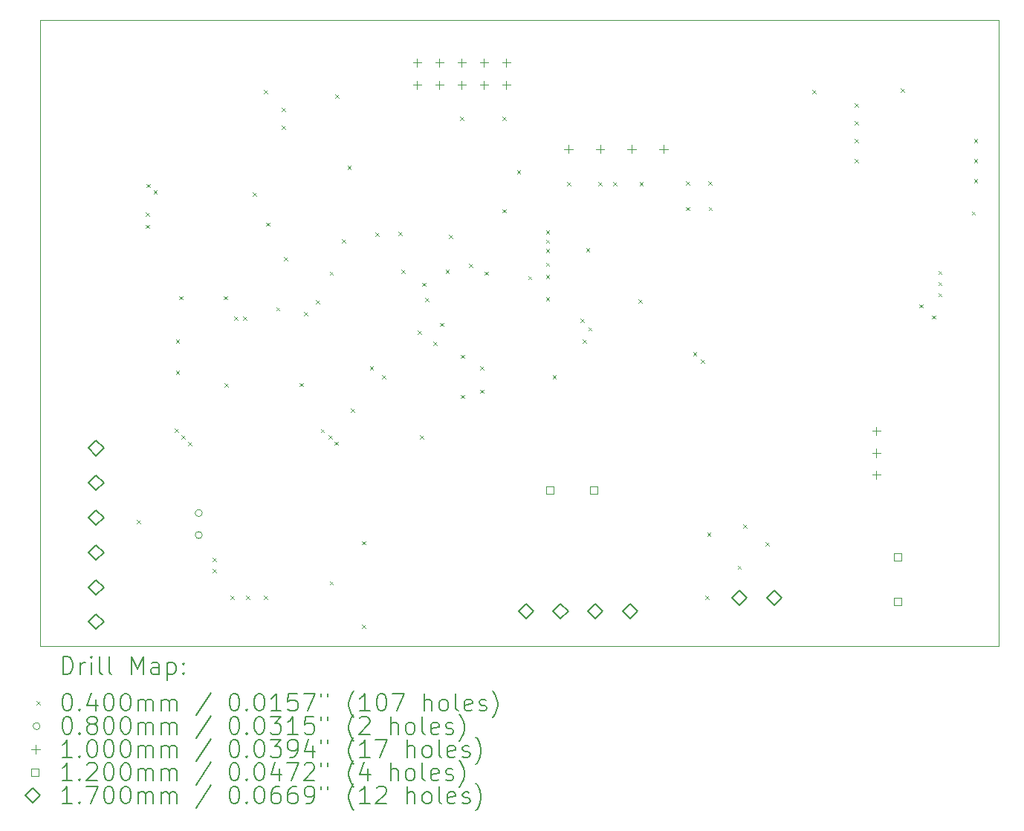
<source format=gbr>
%TF.GenerationSoftware,KiCad,Pcbnew,7.0.10*%
%TF.CreationDate,2024-03-08T11:36:06-05:00*%
%TF.ProjectId,swipe-stack-hub,73776970-652d-4737-9461-636b2d687562,rev?*%
%TF.SameCoordinates,Original*%
%TF.FileFunction,Drillmap*%
%TF.FilePolarity,Positive*%
%FSLAX45Y45*%
G04 Gerber Fmt 4.5, Leading zero omitted, Abs format (unit mm)*
G04 Created by KiCad (PCBNEW 7.0.10) date 2024-03-08 11:36:06*
%MOMM*%
%LPD*%
G01*
G04 APERTURE LIST*
%ADD10C,0.100000*%
%ADD11C,0.200000*%
%ADD12C,0.120000*%
%ADD13C,0.170000*%
G04 APERTURE END LIST*
D10*
X8915400Y-8610600D02*
X19837400Y-8610600D01*
X19837400Y-15748000D01*
X8915400Y-15748000D01*
X8915400Y-8610600D01*
D11*
D10*
X10013000Y-14305600D02*
X10053000Y-14345600D01*
X10053000Y-14305600D02*
X10013000Y-14345600D01*
X10114600Y-10800400D02*
X10154600Y-10840400D01*
X10154600Y-10800400D02*
X10114600Y-10840400D01*
X10114600Y-10940100D02*
X10154600Y-10980100D01*
X10154600Y-10940100D02*
X10114600Y-10980100D01*
X10120295Y-10473900D02*
X10160295Y-10513900D01*
X10160295Y-10473900D02*
X10120295Y-10513900D01*
X10203500Y-10546400D02*
X10243500Y-10586400D01*
X10243500Y-10546400D02*
X10203500Y-10586400D01*
X10444800Y-13264200D02*
X10484800Y-13304200D01*
X10484800Y-13264200D02*
X10444800Y-13304200D01*
X10457500Y-12248200D02*
X10497500Y-12288200D01*
X10497500Y-12248200D02*
X10457500Y-12288200D01*
X10457500Y-12603800D02*
X10497500Y-12643800D01*
X10497500Y-12603800D02*
X10457500Y-12643800D01*
X10495600Y-11752900D02*
X10535600Y-11792900D01*
X10535600Y-11752900D02*
X10495600Y-11792900D01*
X10521000Y-13340400D02*
X10561000Y-13380400D01*
X10561000Y-13340400D02*
X10521000Y-13380400D01*
X10597200Y-13416600D02*
X10637200Y-13456600D01*
X10637200Y-13416600D02*
X10597200Y-13456600D01*
X10876600Y-14737400D02*
X10916600Y-14777400D01*
X10916600Y-14737400D02*
X10876600Y-14777400D01*
X10876600Y-14864400D02*
X10916600Y-14904400D01*
X10916600Y-14864400D02*
X10876600Y-14904400D01*
X11003600Y-11753437D02*
X11043600Y-11793437D01*
X11043600Y-11753437D02*
X11003600Y-11793437D01*
X11009950Y-12749850D02*
X11049950Y-12789850D01*
X11049950Y-12749850D02*
X11009950Y-12789850D01*
X11079800Y-15169200D02*
X11119800Y-15209200D01*
X11119800Y-15169200D02*
X11079800Y-15209200D01*
X11120389Y-11987542D02*
X11160389Y-12027542D01*
X11160389Y-11987542D02*
X11120389Y-12027542D01*
X11223260Y-11986595D02*
X11263260Y-12026595D01*
X11263260Y-11986595D02*
X11223260Y-12026595D01*
X11257600Y-15169200D02*
X11297600Y-15209200D01*
X11297600Y-15169200D02*
X11257600Y-15209200D01*
X11333800Y-10571800D02*
X11373800Y-10611800D01*
X11373800Y-10571800D02*
X11333800Y-10611800D01*
X11460800Y-9403400D02*
X11500800Y-9443400D01*
X11500800Y-9403400D02*
X11460800Y-9443400D01*
X11460800Y-15169200D02*
X11500800Y-15209200D01*
X11500800Y-15169200D02*
X11460800Y-15209200D01*
X11486200Y-10914700D02*
X11526200Y-10954700D01*
X11526200Y-10914700D02*
X11486200Y-10954700D01*
X11600500Y-11879900D02*
X11640500Y-11919900D01*
X11640500Y-11879900D02*
X11600500Y-11919900D01*
X11664000Y-9606600D02*
X11704000Y-9646600D01*
X11704000Y-9606600D02*
X11664000Y-9646600D01*
X11664000Y-9809800D02*
X11704000Y-9849800D01*
X11704000Y-9809800D02*
X11664000Y-9849800D01*
X11689400Y-11308400D02*
X11729400Y-11348400D01*
X11729400Y-11308400D02*
X11689400Y-11348400D01*
X11867200Y-12743500D02*
X11907200Y-12783500D01*
X11907200Y-12743500D02*
X11867200Y-12783500D01*
X11918000Y-11932235D02*
X11958000Y-11972235D01*
X11958000Y-11932235D02*
X11918000Y-11972235D01*
X12051350Y-11797350D02*
X12091350Y-11837350D01*
X12091350Y-11797350D02*
X12051350Y-11837350D01*
X12107957Y-13267900D02*
X12147957Y-13307900D01*
X12147957Y-13267900D02*
X12107957Y-13307900D01*
X12197400Y-13340400D02*
X12237400Y-13380400D01*
X12237400Y-13340400D02*
X12197400Y-13380400D01*
X12210100Y-11473500D02*
X12250100Y-11513500D01*
X12250100Y-11473500D02*
X12210100Y-11513500D01*
X12210100Y-15004100D02*
X12250100Y-15044100D01*
X12250100Y-15004100D02*
X12210100Y-15044100D01*
X12268111Y-13412900D02*
X12308111Y-13452900D01*
X12308111Y-13412900D02*
X12268111Y-13452900D01*
X12273600Y-9454200D02*
X12313600Y-9494200D01*
X12313600Y-9454200D02*
X12273600Y-9494200D01*
X12349800Y-11105200D02*
X12389800Y-11145200D01*
X12389800Y-11105200D02*
X12349800Y-11145200D01*
X12413300Y-10267000D02*
X12453300Y-10307000D01*
X12453300Y-10267000D02*
X12413300Y-10307000D01*
X12451400Y-13035600D02*
X12491400Y-13075600D01*
X12491400Y-13035600D02*
X12451400Y-13075600D01*
X12581100Y-14546900D02*
X12621100Y-14586900D01*
X12621100Y-14546900D02*
X12581100Y-14586900D01*
X12581100Y-15496700D02*
X12621100Y-15536700D01*
X12621100Y-15496700D02*
X12581100Y-15536700D01*
X12667300Y-12553000D02*
X12707300Y-12593000D01*
X12707300Y-12553000D02*
X12667300Y-12593000D01*
X12730800Y-11029000D02*
X12770800Y-11069000D01*
X12770800Y-11029000D02*
X12730800Y-11069000D01*
X12807000Y-12654600D02*
X12847000Y-12694600D01*
X12847000Y-12654600D02*
X12807000Y-12694600D01*
X12990615Y-11022115D02*
X13030615Y-11062115D01*
X13030615Y-11022115D02*
X12990615Y-11062115D01*
X13028500Y-11453700D02*
X13068500Y-11493700D01*
X13068500Y-11453700D02*
X13028500Y-11493700D01*
X13213400Y-12146600D02*
X13253400Y-12186600D01*
X13253400Y-12146600D02*
X13213400Y-12186600D01*
X13238800Y-13340400D02*
X13278800Y-13380400D01*
X13278800Y-13340400D02*
X13238800Y-13380400D01*
X13264200Y-11600500D02*
X13304200Y-11640500D01*
X13304200Y-11600500D02*
X13264200Y-11640500D01*
X13295950Y-11771950D02*
X13335950Y-11811950D01*
X13335950Y-11771950D02*
X13295950Y-11811950D01*
X13391200Y-12273600D02*
X13431200Y-12313600D01*
X13431200Y-12273600D02*
X13391200Y-12313600D01*
X13467400Y-12057700D02*
X13507400Y-12097700D01*
X13507400Y-12057700D02*
X13467400Y-12097700D01*
X13530900Y-11451800D02*
X13570900Y-11491800D01*
X13570900Y-11451800D02*
X13530900Y-11491800D01*
X13569000Y-11054400D02*
X13609000Y-11094400D01*
X13609000Y-11054400D02*
X13569000Y-11094400D01*
X13696000Y-9708200D02*
X13736000Y-9748200D01*
X13736000Y-9708200D02*
X13696000Y-9748200D01*
X13705700Y-12423000D02*
X13745700Y-12463000D01*
X13745700Y-12423000D02*
X13705700Y-12463000D01*
X13705700Y-12880200D02*
X13745700Y-12920200D01*
X13745700Y-12880200D02*
X13705700Y-12920200D01*
X13797600Y-11384600D02*
X13837600Y-11424600D01*
X13837600Y-11384600D02*
X13797600Y-11424600D01*
X13924600Y-12553000D02*
X13964600Y-12593000D01*
X13964600Y-12553000D02*
X13924600Y-12593000D01*
X13924600Y-12819700D02*
X13964600Y-12859700D01*
X13964600Y-12819700D02*
X13924600Y-12859700D01*
X13975400Y-11473500D02*
X14015400Y-11513500D01*
X14015400Y-11473500D02*
X13975400Y-11513500D01*
X14178600Y-9708200D02*
X14218600Y-9748200D01*
X14218600Y-9708200D02*
X14178600Y-9748200D01*
X14178600Y-10762300D02*
X14218600Y-10802300D01*
X14218600Y-10762300D02*
X14178600Y-10802300D01*
X14343700Y-10317800D02*
X14383700Y-10357800D01*
X14383700Y-10317800D02*
X14343700Y-10357800D01*
X14469997Y-11523597D02*
X14509997Y-11563597D01*
X14509997Y-11523597D02*
X14469997Y-11563597D01*
X14673900Y-11003600D02*
X14713900Y-11043600D01*
X14713900Y-11003600D02*
X14673900Y-11043600D01*
X14673900Y-11109433D02*
X14713900Y-11149433D01*
X14713900Y-11109433D02*
X14673900Y-11149433D01*
X14673900Y-11215267D02*
X14713900Y-11255267D01*
X14713900Y-11215267D02*
X14673900Y-11255267D01*
X14673900Y-11371900D02*
X14713900Y-11411900D01*
X14713900Y-11371900D02*
X14673900Y-11411900D01*
X14673900Y-11511600D02*
X14713900Y-11551600D01*
X14713900Y-11511600D02*
X14673900Y-11551600D01*
X14674365Y-11766065D02*
X14714365Y-11806065D01*
X14714365Y-11766065D02*
X14674365Y-11806065D01*
X14750100Y-12654600D02*
X14790100Y-12694600D01*
X14790100Y-12654600D02*
X14750100Y-12694600D01*
X14915200Y-10453121D02*
X14955200Y-10493121D01*
X14955200Y-10453121D02*
X14915200Y-10493121D01*
X15067600Y-12012170D02*
X15107600Y-12052170D01*
X15107600Y-12012170D02*
X15067600Y-12052170D01*
X15093000Y-12248200D02*
X15133000Y-12288200D01*
X15133000Y-12248200D02*
X15093000Y-12288200D01*
X15131100Y-11206800D02*
X15171100Y-11246800D01*
X15171100Y-11206800D02*
X15131100Y-11246800D01*
X15156500Y-12108460D02*
X15196500Y-12148460D01*
X15196500Y-12108460D02*
X15156500Y-12148460D01*
X15270800Y-10453121D02*
X15310800Y-10493121D01*
X15310800Y-10453121D02*
X15270800Y-10493121D01*
X15438090Y-10455310D02*
X15478090Y-10495310D01*
X15478090Y-10455310D02*
X15438090Y-10495310D01*
X15728000Y-11791000D02*
X15768000Y-11831000D01*
X15768000Y-11791000D02*
X15728000Y-11831000D01*
X15740700Y-10453121D02*
X15780700Y-10493121D01*
X15780700Y-10453121D02*
X15740700Y-10493121D01*
X16272770Y-10444800D02*
X16312770Y-10484800D01*
X16312770Y-10444800D02*
X16272770Y-10484800D01*
X16272770Y-10736900D02*
X16312770Y-10776900D01*
X16312770Y-10736900D02*
X16272770Y-10776900D01*
X16350300Y-12393170D02*
X16390300Y-12433170D01*
X16390300Y-12393170D02*
X16350300Y-12433170D01*
X16439200Y-12476800D02*
X16479200Y-12516800D01*
X16479200Y-12476800D02*
X16439200Y-12516800D01*
X16490000Y-15172100D02*
X16530000Y-15212100D01*
X16530000Y-15172100D02*
X16490000Y-15212100D01*
X16511400Y-14448200D02*
X16551400Y-14488200D01*
X16551400Y-14448200D02*
X16511400Y-14488200D01*
X16526770Y-10444800D02*
X16566770Y-10484800D01*
X16566770Y-10444800D02*
X16526770Y-10484800D01*
X16528100Y-10736900D02*
X16568100Y-10776900D01*
X16568100Y-10736900D02*
X16528100Y-10776900D01*
X16858300Y-14826300D02*
X16898300Y-14866300D01*
X16898300Y-14826300D02*
X16858300Y-14866300D01*
X16921800Y-14356400D02*
X16961800Y-14396400D01*
X16961800Y-14356400D02*
X16921800Y-14396400D01*
X17175800Y-14559600D02*
X17215800Y-14599600D01*
X17215800Y-14559600D02*
X17175800Y-14599600D01*
X17709200Y-9403400D02*
X17749200Y-9443400D01*
X17749200Y-9403400D02*
X17709200Y-9443400D01*
X18191800Y-9555800D02*
X18231800Y-9595800D01*
X18231800Y-9555800D02*
X18191800Y-9595800D01*
X18191800Y-9759000D02*
X18231800Y-9799000D01*
X18231800Y-9759000D02*
X18191800Y-9799000D01*
X18191800Y-9962200D02*
X18231800Y-10002200D01*
X18231800Y-9962200D02*
X18191800Y-10002200D01*
X18191800Y-10190800D02*
X18231800Y-10230800D01*
X18231800Y-10190800D02*
X18191800Y-10230800D01*
X18716800Y-9386400D02*
X18756800Y-9426400D01*
X18756800Y-9386400D02*
X18716800Y-9426400D01*
X18928400Y-11847070D02*
X18968400Y-11887070D01*
X18968400Y-11847070D02*
X18928400Y-11887070D01*
X19071800Y-11974070D02*
X19111800Y-12014070D01*
X19111800Y-11974070D02*
X19071800Y-12014070D01*
X19144300Y-11466070D02*
X19184300Y-11506070D01*
X19184300Y-11466070D02*
X19144300Y-11506070D01*
X19144300Y-11593070D02*
X19184300Y-11633070D01*
X19184300Y-11593070D02*
X19144300Y-11633070D01*
X19144300Y-11720070D02*
X19184300Y-11760070D01*
X19184300Y-11720070D02*
X19144300Y-11760070D01*
X19525300Y-10787700D02*
X19565300Y-10827700D01*
X19565300Y-10787700D02*
X19525300Y-10827700D01*
X19551600Y-9962200D02*
X19591600Y-10002200D01*
X19591600Y-9962200D02*
X19551600Y-10002200D01*
X19551600Y-10190800D02*
X19591600Y-10230800D01*
X19591600Y-10190800D02*
X19551600Y-10230800D01*
X19551600Y-10419400D02*
X19591600Y-10459400D01*
X19591600Y-10419400D02*
X19551600Y-10459400D01*
X10758800Y-14228000D02*
G75*
G03*
X10678800Y-14228000I-40000J0D01*
G01*
X10678800Y-14228000D02*
G75*
G03*
X10758800Y-14228000I40000J0D01*
G01*
X10758800Y-14478000D02*
G75*
G03*
X10678800Y-14478000I-40000J0D01*
G01*
X10678800Y-14478000D02*
G75*
G03*
X10758800Y-14478000I40000J0D01*
G01*
X13208000Y-9043200D02*
X13208000Y-9143200D01*
X13158000Y-9093200D02*
X13258000Y-9093200D01*
X13208000Y-9297200D02*
X13208000Y-9397200D01*
X13158000Y-9347200D02*
X13258000Y-9347200D01*
X13462000Y-9043200D02*
X13462000Y-9143200D01*
X13412000Y-9093200D02*
X13512000Y-9093200D01*
X13462000Y-9297200D02*
X13462000Y-9397200D01*
X13412000Y-9347200D02*
X13512000Y-9347200D01*
X13716000Y-9043200D02*
X13716000Y-9143200D01*
X13666000Y-9093200D02*
X13766000Y-9093200D01*
X13716000Y-9297200D02*
X13716000Y-9397200D01*
X13666000Y-9347200D02*
X13766000Y-9347200D01*
X13970000Y-9043200D02*
X13970000Y-9143200D01*
X13920000Y-9093200D02*
X14020000Y-9093200D01*
X13970000Y-9297200D02*
X13970000Y-9397200D01*
X13920000Y-9347200D02*
X14020000Y-9347200D01*
X14224000Y-9043200D02*
X14224000Y-9143200D01*
X14174000Y-9093200D02*
X14274000Y-9093200D01*
X14224000Y-9297200D02*
X14224000Y-9397200D01*
X14174000Y-9347200D02*
X14274000Y-9347200D01*
X14930570Y-10026371D02*
X14930570Y-10126371D01*
X14880570Y-10076371D02*
X14980570Y-10076371D01*
X15291570Y-10026371D02*
X15291570Y-10126371D01*
X15241570Y-10076371D02*
X15341570Y-10076371D01*
X15652770Y-10026371D02*
X15652770Y-10126371D01*
X15602770Y-10076371D02*
X15702770Y-10076371D01*
X16013370Y-10026371D02*
X16013370Y-10126371D01*
X15963370Y-10076371D02*
X16063370Y-10076371D01*
X18440400Y-13242200D02*
X18440400Y-13342200D01*
X18390400Y-13292200D02*
X18490400Y-13292200D01*
X18440400Y-13492200D02*
X18440400Y-13592200D01*
X18390400Y-13542200D02*
X18490400Y-13542200D01*
X18440400Y-13742200D02*
X18440400Y-13842200D01*
X18390400Y-13792200D02*
X18490400Y-13792200D01*
D12*
X14758200Y-14012427D02*
X14758200Y-13927573D01*
X14673346Y-13927573D01*
X14673346Y-14012427D01*
X14758200Y-14012427D01*
X15258200Y-14012427D02*
X15258200Y-13927573D01*
X15173346Y-13927573D01*
X15173346Y-14012427D01*
X15258200Y-14012427D01*
X18724127Y-14774427D02*
X18724127Y-14689573D01*
X18639273Y-14689573D01*
X18639273Y-14774427D01*
X18724127Y-14774427D01*
X18724127Y-15274427D02*
X18724127Y-15189573D01*
X18639273Y-15189573D01*
X18639273Y-15274427D01*
X18724127Y-15274427D01*
D13*
X9550400Y-13572400D02*
X9635400Y-13487400D01*
X9550400Y-13402400D01*
X9465400Y-13487400D01*
X9550400Y-13572400D01*
X9550400Y-13968400D02*
X9635400Y-13883400D01*
X9550400Y-13798400D01*
X9465400Y-13883400D01*
X9550400Y-13968400D01*
X9550400Y-14364400D02*
X9635400Y-14279400D01*
X9550400Y-14194400D01*
X9465400Y-14279400D01*
X9550400Y-14364400D01*
X9550400Y-14760400D02*
X9635400Y-14675400D01*
X9550400Y-14590400D01*
X9465400Y-14675400D01*
X9550400Y-14760400D01*
X9550400Y-15156400D02*
X9635400Y-15071400D01*
X9550400Y-14986400D01*
X9465400Y-15071400D01*
X9550400Y-15156400D01*
X9550400Y-15552400D02*
X9635400Y-15467400D01*
X9550400Y-15382400D01*
X9465400Y-15467400D01*
X9550400Y-15552400D01*
X14445950Y-15430800D02*
X14530950Y-15345800D01*
X14445950Y-15260800D01*
X14360950Y-15345800D01*
X14445950Y-15430800D01*
X14841950Y-15430800D02*
X14926950Y-15345800D01*
X14841950Y-15260800D01*
X14756950Y-15345800D01*
X14841950Y-15430800D01*
X15237950Y-15430800D02*
X15322950Y-15345800D01*
X15237950Y-15260800D01*
X15152950Y-15345800D01*
X15237950Y-15430800D01*
X15633950Y-15430800D02*
X15718950Y-15345800D01*
X15633950Y-15260800D01*
X15548950Y-15345800D01*
X15633950Y-15430800D01*
X16878400Y-15277100D02*
X16963400Y-15192100D01*
X16878400Y-15107100D01*
X16793400Y-15192100D01*
X16878400Y-15277100D01*
X17274400Y-15277100D02*
X17359400Y-15192100D01*
X17274400Y-15107100D01*
X17189400Y-15192100D01*
X17274400Y-15277100D01*
D11*
X9171177Y-16064484D02*
X9171177Y-15864484D01*
X9171177Y-15864484D02*
X9218796Y-15864484D01*
X9218796Y-15864484D02*
X9247367Y-15874008D01*
X9247367Y-15874008D02*
X9266415Y-15893055D01*
X9266415Y-15893055D02*
X9275939Y-15912103D01*
X9275939Y-15912103D02*
X9285463Y-15950198D01*
X9285463Y-15950198D02*
X9285463Y-15978769D01*
X9285463Y-15978769D02*
X9275939Y-16016865D01*
X9275939Y-16016865D02*
X9266415Y-16035912D01*
X9266415Y-16035912D02*
X9247367Y-16054960D01*
X9247367Y-16054960D02*
X9218796Y-16064484D01*
X9218796Y-16064484D02*
X9171177Y-16064484D01*
X9371177Y-16064484D02*
X9371177Y-15931150D01*
X9371177Y-15969246D02*
X9380701Y-15950198D01*
X9380701Y-15950198D02*
X9390224Y-15940674D01*
X9390224Y-15940674D02*
X9409272Y-15931150D01*
X9409272Y-15931150D02*
X9428320Y-15931150D01*
X9494986Y-16064484D02*
X9494986Y-15931150D01*
X9494986Y-15864484D02*
X9485463Y-15874008D01*
X9485463Y-15874008D02*
X9494986Y-15883531D01*
X9494986Y-15883531D02*
X9504510Y-15874008D01*
X9504510Y-15874008D02*
X9494986Y-15864484D01*
X9494986Y-15864484D02*
X9494986Y-15883531D01*
X9618796Y-16064484D02*
X9599748Y-16054960D01*
X9599748Y-16054960D02*
X9590224Y-16035912D01*
X9590224Y-16035912D02*
X9590224Y-15864484D01*
X9723558Y-16064484D02*
X9704510Y-16054960D01*
X9704510Y-16054960D02*
X9694986Y-16035912D01*
X9694986Y-16035912D02*
X9694986Y-15864484D01*
X9952129Y-16064484D02*
X9952129Y-15864484D01*
X9952129Y-15864484D02*
X10018796Y-16007341D01*
X10018796Y-16007341D02*
X10085463Y-15864484D01*
X10085463Y-15864484D02*
X10085463Y-16064484D01*
X10266415Y-16064484D02*
X10266415Y-15959722D01*
X10266415Y-15959722D02*
X10256891Y-15940674D01*
X10256891Y-15940674D02*
X10237844Y-15931150D01*
X10237844Y-15931150D02*
X10199748Y-15931150D01*
X10199748Y-15931150D02*
X10180701Y-15940674D01*
X10266415Y-16054960D02*
X10247367Y-16064484D01*
X10247367Y-16064484D02*
X10199748Y-16064484D01*
X10199748Y-16064484D02*
X10180701Y-16054960D01*
X10180701Y-16054960D02*
X10171177Y-16035912D01*
X10171177Y-16035912D02*
X10171177Y-16016865D01*
X10171177Y-16016865D02*
X10180701Y-15997817D01*
X10180701Y-15997817D02*
X10199748Y-15988293D01*
X10199748Y-15988293D02*
X10247367Y-15988293D01*
X10247367Y-15988293D02*
X10266415Y-15978769D01*
X10361653Y-15931150D02*
X10361653Y-16131150D01*
X10361653Y-15940674D02*
X10380701Y-15931150D01*
X10380701Y-15931150D02*
X10418796Y-15931150D01*
X10418796Y-15931150D02*
X10437844Y-15940674D01*
X10437844Y-15940674D02*
X10447367Y-15950198D01*
X10447367Y-15950198D02*
X10456891Y-15969246D01*
X10456891Y-15969246D02*
X10456891Y-16026388D01*
X10456891Y-16026388D02*
X10447367Y-16045436D01*
X10447367Y-16045436D02*
X10437844Y-16054960D01*
X10437844Y-16054960D02*
X10418796Y-16064484D01*
X10418796Y-16064484D02*
X10380701Y-16064484D01*
X10380701Y-16064484D02*
X10361653Y-16054960D01*
X10542605Y-16045436D02*
X10552129Y-16054960D01*
X10552129Y-16054960D02*
X10542605Y-16064484D01*
X10542605Y-16064484D02*
X10533082Y-16054960D01*
X10533082Y-16054960D02*
X10542605Y-16045436D01*
X10542605Y-16045436D02*
X10542605Y-16064484D01*
X10542605Y-15940674D02*
X10552129Y-15950198D01*
X10552129Y-15950198D02*
X10542605Y-15959722D01*
X10542605Y-15959722D02*
X10533082Y-15950198D01*
X10533082Y-15950198D02*
X10542605Y-15940674D01*
X10542605Y-15940674D02*
X10542605Y-15959722D01*
D10*
X8870400Y-16373000D02*
X8910400Y-16413000D01*
X8910400Y-16373000D02*
X8870400Y-16413000D01*
D11*
X9209272Y-16284484D02*
X9228320Y-16284484D01*
X9228320Y-16284484D02*
X9247367Y-16294008D01*
X9247367Y-16294008D02*
X9256891Y-16303531D01*
X9256891Y-16303531D02*
X9266415Y-16322579D01*
X9266415Y-16322579D02*
X9275939Y-16360674D01*
X9275939Y-16360674D02*
X9275939Y-16408293D01*
X9275939Y-16408293D02*
X9266415Y-16446388D01*
X9266415Y-16446388D02*
X9256891Y-16465436D01*
X9256891Y-16465436D02*
X9247367Y-16474960D01*
X9247367Y-16474960D02*
X9228320Y-16484484D01*
X9228320Y-16484484D02*
X9209272Y-16484484D01*
X9209272Y-16484484D02*
X9190224Y-16474960D01*
X9190224Y-16474960D02*
X9180701Y-16465436D01*
X9180701Y-16465436D02*
X9171177Y-16446388D01*
X9171177Y-16446388D02*
X9161653Y-16408293D01*
X9161653Y-16408293D02*
X9161653Y-16360674D01*
X9161653Y-16360674D02*
X9171177Y-16322579D01*
X9171177Y-16322579D02*
X9180701Y-16303531D01*
X9180701Y-16303531D02*
X9190224Y-16294008D01*
X9190224Y-16294008D02*
X9209272Y-16284484D01*
X9361653Y-16465436D02*
X9371177Y-16474960D01*
X9371177Y-16474960D02*
X9361653Y-16484484D01*
X9361653Y-16484484D02*
X9352129Y-16474960D01*
X9352129Y-16474960D02*
X9361653Y-16465436D01*
X9361653Y-16465436D02*
X9361653Y-16484484D01*
X9542605Y-16351150D02*
X9542605Y-16484484D01*
X9494986Y-16274960D02*
X9447367Y-16417817D01*
X9447367Y-16417817D02*
X9571177Y-16417817D01*
X9685463Y-16284484D02*
X9704510Y-16284484D01*
X9704510Y-16284484D02*
X9723558Y-16294008D01*
X9723558Y-16294008D02*
X9733082Y-16303531D01*
X9733082Y-16303531D02*
X9742605Y-16322579D01*
X9742605Y-16322579D02*
X9752129Y-16360674D01*
X9752129Y-16360674D02*
X9752129Y-16408293D01*
X9752129Y-16408293D02*
X9742605Y-16446388D01*
X9742605Y-16446388D02*
X9733082Y-16465436D01*
X9733082Y-16465436D02*
X9723558Y-16474960D01*
X9723558Y-16474960D02*
X9704510Y-16484484D01*
X9704510Y-16484484D02*
X9685463Y-16484484D01*
X9685463Y-16484484D02*
X9666415Y-16474960D01*
X9666415Y-16474960D02*
X9656891Y-16465436D01*
X9656891Y-16465436D02*
X9647367Y-16446388D01*
X9647367Y-16446388D02*
X9637844Y-16408293D01*
X9637844Y-16408293D02*
X9637844Y-16360674D01*
X9637844Y-16360674D02*
X9647367Y-16322579D01*
X9647367Y-16322579D02*
X9656891Y-16303531D01*
X9656891Y-16303531D02*
X9666415Y-16294008D01*
X9666415Y-16294008D02*
X9685463Y-16284484D01*
X9875939Y-16284484D02*
X9894986Y-16284484D01*
X9894986Y-16284484D02*
X9914034Y-16294008D01*
X9914034Y-16294008D02*
X9923558Y-16303531D01*
X9923558Y-16303531D02*
X9933082Y-16322579D01*
X9933082Y-16322579D02*
X9942605Y-16360674D01*
X9942605Y-16360674D02*
X9942605Y-16408293D01*
X9942605Y-16408293D02*
X9933082Y-16446388D01*
X9933082Y-16446388D02*
X9923558Y-16465436D01*
X9923558Y-16465436D02*
X9914034Y-16474960D01*
X9914034Y-16474960D02*
X9894986Y-16484484D01*
X9894986Y-16484484D02*
X9875939Y-16484484D01*
X9875939Y-16484484D02*
X9856891Y-16474960D01*
X9856891Y-16474960D02*
X9847367Y-16465436D01*
X9847367Y-16465436D02*
X9837844Y-16446388D01*
X9837844Y-16446388D02*
X9828320Y-16408293D01*
X9828320Y-16408293D02*
X9828320Y-16360674D01*
X9828320Y-16360674D02*
X9837844Y-16322579D01*
X9837844Y-16322579D02*
X9847367Y-16303531D01*
X9847367Y-16303531D02*
X9856891Y-16294008D01*
X9856891Y-16294008D02*
X9875939Y-16284484D01*
X10028320Y-16484484D02*
X10028320Y-16351150D01*
X10028320Y-16370198D02*
X10037844Y-16360674D01*
X10037844Y-16360674D02*
X10056891Y-16351150D01*
X10056891Y-16351150D02*
X10085463Y-16351150D01*
X10085463Y-16351150D02*
X10104510Y-16360674D01*
X10104510Y-16360674D02*
X10114034Y-16379722D01*
X10114034Y-16379722D02*
X10114034Y-16484484D01*
X10114034Y-16379722D02*
X10123558Y-16360674D01*
X10123558Y-16360674D02*
X10142605Y-16351150D01*
X10142605Y-16351150D02*
X10171177Y-16351150D01*
X10171177Y-16351150D02*
X10190225Y-16360674D01*
X10190225Y-16360674D02*
X10199748Y-16379722D01*
X10199748Y-16379722D02*
X10199748Y-16484484D01*
X10294986Y-16484484D02*
X10294986Y-16351150D01*
X10294986Y-16370198D02*
X10304510Y-16360674D01*
X10304510Y-16360674D02*
X10323558Y-16351150D01*
X10323558Y-16351150D02*
X10352129Y-16351150D01*
X10352129Y-16351150D02*
X10371177Y-16360674D01*
X10371177Y-16360674D02*
X10380701Y-16379722D01*
X10380701Y-16379722D02*
X10380701Y-16484484D01*
X10380701Y-16379722D02*
X10390225Y-16360674D01*
X10390225Y-16360674D02*
X10409272Y-16351150D01*
X10409272Y-16351150D02*
X10437844Y-16351150D01*
X10437844Y-16351150D02*
X10456891Y-16360674D01*
X10456891Y-16360674D02*
X10466415Y-16379722D01*
X10466415Y-16379722D02*
X10466415Y-16484484D01*
X10856891Y-16274960D02*
X10685463Y-16532103D01*
X11114034Y-16284484D02*
X11133082Y-16284484D01*
X11133082Y-16284484D02*
X11152129Y-16294008D01*
X11152129Y-16294008D02*
X11161653Y-16303531D01*
X11161653Y-16303531D02*
X11171177Y-16322579D01*
X11171177Y-16322579D02*
X11180701Y-16360674D01*
X11180701Y-16360674D02*
X11180701Y-16408293D01*
X11180701Y-16408293D02*
X11171177Y-16446388D01*
X11171177Y-16446388D02*
X11161653Y-16465436D01*
X11161653Y-16465436D02*
X11152129Y-16474960D01*
X11152129Y-16474960D02*
X11133082Y-16484484D01*
X11133082Y-16484484D02*
X11114034Y-16484484D01*
X11114034Y-16484484D02*
X11094987Y-16474960D01*
X11094987Y-16474960D02*
X11085463Y-16465436D01*
X11085463Y-16465436D02*
X11075939Y-16446388D01*
X11075939Y-16446388D02*
X11066415Y-16408293D01*
X11066415Y-16408293D02*
X11066415Y-16360674D01*
X11066415Y-16360674D02*
X11075939Y-16322579D01*
X11075939Y-16322579D02*
X11085463Y-16303531D01*
X11085463Y-16303531D02*
X11094987Y-16294008D01*
X11094987Y-16294008D02*
X11114034Y-16284484D01*
X11266415Y-16465436D02*
X11275939Y-16474960D01*
X11275939Y-16474960D02*
X11266415Y-16484484D01*
X11266415Y-16484484D02*
X11256891Y-16474960D01*
X11256891Y-16474960D02*
X11266415Y-16465436D01*
X11266415Y-16465436D02*
X11266415Y-16484484D01*
X11399748Y-16284484D02*
X11418796Y-16284484D01*
X11418796Y-16284484D02*
X11437844Y-16294008D01*
X11437844Y-16294008D02*
X11447367Y-16303531D01*
X11447367Y-16303531D02*
X11456891Y-16322579D01*
X11456891Y-16322579D02*
X11466415Y-16360674D01*
X11466415Y-16360674D02*
X11466415Y-16408293D01*
X11466415Y-16408293D02*
X11456891Y-16446388D01*
X11456891Y-16446388D02*
X11447367Y-16465436D01*
X11447367Y-16465436D02*
X11437844Y-16474960D01*
X11437844Y-16474960D02*
X11418796Y-16484484D01*
X11418796Y-16484484D02*
X11399748Y-16484484D01*
X11399748Y-16484484D02*
X11380701Y-16474960D01*
X11380701Y-16474960D02*
X11371177Y-16465436D01*
X11371177Y-16465436D02*
X11361653Y-16446388D01*
X11361653Y-16446388D02*
X11352129Y-16408293D01*
X11352129Y-16408293D02*
X11352129Y-16360674D01*
X11352129Y-16360674D02*
X11361653Y-16322579D01*
X11361653Y-16322579D02*
X11371177Y-16303531D01*
X11371177Y-16303531D02*
X11380701Y-16294008D01*
X11380701Y-16294008D02*
X11399748Y-16284484D01*
X11656891Y-16484484D02*
X11542606Y-16484484D01*
X11599748Y-16484484D02*
X11599748Y-16284484D01*
X11599748Y-16284484D02*
X11580701Y-16313055D01*
X11580701Y-16313055D02*
X11561653Y-16332103D01*
X11561653Y-16332103D02*
X11542606Y-16341627D01*
X11837844Y-16284484D02*
X11742606Y-16284484D01*
X11742606Y-16284484D02*
X11733082Y-16379722D01*
X11733082Y-16379722D02*
X11742606Y-16370198D01*
X11742606Y-16370198D02*
X11761653Y-16360674D01*
X11761653Y-16360674D02*
X11809272Y-16360674D01*
X11809272Y-16360674D02*
X11828320Y-16370198D01*
X11828320Y-16370198D02*
X11837844Y-16379722D01*
X11837844Y-16379722D02*
X11847367Y-16398769D01*
X11847367Y-16398769D02*
X11847367Y-16446388D01*
X11847367Y-16446388D02*
X11837844Y-16465436D01*
X11837844Y-16465436D02*
X11828320Y-16474960D01*
X11828320Y-16474960D02*
X11809272Y-16484484D01*
X11809272Y-16484484D02*
X11761653Y-16484484D01*
X11761653Y-16484484D02*
X11742606Y-16474960D01*
X11742606Y-16474960D02*
X11733082Y-16465436D01*
X11914034Y-16284484D02*
X12047367Y-16284484D01*
X12047367Y-16284484D02*
X11961653Y-16484484D01*
X12114034Y-16284484D02*
X12114034Y-16322579D01*
X12190225Y-16284484D02*
X12190225Y-16322579D01*
X12485463Y-16560674D02*
X12475939Y-16551150D01*
X12475939Y-16551150D02*
X12456891Y-16522579D01*
X12456891Y-16522579D02*
X12447368Y-16503531D01*
X12447368Y-16503531D02*
X12437844Y-16474960D01*
X12437844Y-16474960D02*
X12428320Y-16427341D01*
X12428320Y-16427341D02*
X12428320Y-16389246D01*
X12428320Y-16389246D02*
X12437844Y-16341627D01*
X12437844Y-16341627D02*
X12447368Y-16313055D01*
X12447368Y-16313055D02*
X12456891Y-16294008D01*
X12456891Y-16294008D02*
X12475939Y-16265436D01*
X12475939Y-16265436D02*
X12485463Y-16255912D01*
X12666415Y-16484484D02*
X12552129Y-16484484D01*
X12609272Y-16484484D02*
X12609272Y-16284484D01*
X12609272Y-16284484D02*
X12590225Y-16313055D01*
X12590225Y-16313055D02*
X12571177Y-16332103D01*
X12571177Y-16332103D02*
X12552129Y-16341627D01*
X12790225Y-16284484D02*
X12809272Y-16284484D01*
X12809272Y-16284484D02*
X12828320Y-16294008D01*
X12828320Y-16294008D02*
X12837844Y-16303531D01*
X12837844Y-16303531D02*
X12847368Y-16322579D01*
X12847368Y-16322579D02*
X12856891Y-16360674D01*
X12856891Y-16360674D02*
X12856891Y-16408293D01*
X12856891Y-16408293D02*
X12847368Y-16446388D01*
X12847368Y-16446388D02*
X12837844Y-16465436D01*
X12837844Y-16465436D02*
X12828320Y-16474960D01*
X12828320Y-16474960D02*
X12809272Y-16484484D01*
X12809272Y-16484484D02*
X12790225Y-16484484D01*
X12790225Y-16484484D02*
X12771177Y-16474960D01*
X12771177Y-16474960D02*
X12761653Y-16465436D01*
X12761653Y-16465436D02*
X12752129Y-16446388D01*
X12752129Y-16446388D02*
X12742606Y-16408293D01*
X12742606Y-16408293D02*
X12742606Y-16360674D01*
X12742606Y-16360674D02*
X12752129Y-16322579D01*
X12752129Y-16322579D02*
X12761653Y-16303531D01*
X12761653Y-16303531D02*
X12771177Y-16294008D01*
X12771177Y-16294008D02*
X12790225Y-16284484D01*
X12923558Y-16284484D02*
X13056891Y-16284484D01*
X13056891Y-16284484D02*
X12971177Y-16484484D01*
X13285463Y-16484484D02*
X13285463Y-16284484D01*
X13371177Y-16484484D02*
X13371177Y-16379722D01*
X13371177Y-16379722D02*
X13361653Y-16360674D01*
X13361653Y-16360674D02*
X13342606Y-16351150D01*
X13342606Y-16351150D02*
X13314034Y-16351150D01*
X13314034Y-16351150D02*
X13294987Y-16360674D01*
X13294987Y-16360674D02*
X13285463Y-16370198D01*
X13494987Y-16484484D02*
X13475939Y-16474960D01*
X13475939Y-16474960D02*
X13466415Y-16465436D01*
X13466415Y-16465436D02*
X13456891Y-16446388D01*
X13456891Y-16446388D02*
X13456891Y-16389246D01*
X13456891Y-16389246D02*
X13466415Y-16370198D01*
X13466415Y-16370198D02*
X13475939Y-16360674D01*
X13475939Y-16360674D02*
X13494987Y-16351150D01*
X13494987Y-16351150D02*
X13523558Y-16351150D01*
X13523558Y-16351150D02*
X13542606Y-16360674D01*
X13542606Y-16360674D02*
X13552130Y-16370198D01*
X13552130Y-16370198D02*
X13561653Y-16389246D01*
X13561653Y-16389246D02*
X13561653Y-16446388D01*
X13561653Y-16446388D02*
X13552130Y-16465436D01*
X13552130Y-16465436D02*
X13542606Y-16474960D01*
X13542606Y-16474960D02*
X13523558Y-16484484D01*
X13523558Y-16484484D02*
X13494987Y-16484484D01*
X13675939Y-16484484D02*
X13656891Y-16474960D01*
X13656891Y-16474960D02*
X13647368Y-16455912D01*
X13647368Y-16455912D02*
X13647368Y-16284484D01*
X13828320Y-16474960D02*
X13809272Y-16484484D01*
X13809272Y-16484484D02*
X13771177Y-16484484D01*
X13771177Y-16484484D02*
X13752130Y-16474960D01*
X13752130Y-16474960D02*
X13742606Y-16455912D01*
X13742606Y-16455912D02*
X13742606Y-16379722D01*
X13742606Y-16379722D02*
X13752130Y-16360674D01*
X13752130Y-16360674D02*
X13771177Y-16351150D01*
X13771177Y-16351150D02*
X13809272Y-16351150D01*
X13809272Y-16351150D02*
X13828320Y-16360674D01*
X13828320Y-16360674D02*
X13837844Y-16379722D01*
X13837844Y-16379722D02*
X13837844Y-16398769D01*
X13837844Y-16398769D02*
X13742606Y-16417817D01*
X13914034Y-16474960D02*
X13933082Y-16484484D01*
X13933082Y-16484484D02*
X13971177Y-16484484D01*
X13971177Y-16484484D02*
X13990225Y-16474960D01*
X13990225Y-16474960D02*
X13999749Y-16455912D01*
X13999749Y-16455912D02*
X13999749Y-16446388D01*
X13999749Y-16446388D02*
X13990225Y-16427341D01*
X13990225Y-16427341D02*
X13971177Y-16417817D01*
X13971177Y-16417817D02*
X13942606Y-16417817D01*
X13942606Y-16417817D02*
X13923558Y-16408293D01*
X13923558Y-16408293D02*
X13914034Y-16389246D01*
X13914034Y-16389246D02*
X13914034Y-16379722D01*
X13914034Y-16379722D02*
X13923558Y-16360674D01*
X13923558Y-16360674D02*
X13942606Y-16351150D01*
X13942606Y-16351150D02*
X13971177Y-16351150D01*
X13971177Y-16351150D02*
X13990225Y-16360674D01*
X14066415Y-16560674D02*
X14075939Y-16551150D01*
X14075939Y-16551150D02*
X14094987Y-16522579D01*
X14094987Y-16522579D02*
X14104511Y-16503531D01*
X14104511Y-16503531D02*
X14114034Y-16474960D01*
X14114034Y-16474960D02*
X14123558Y-16427341D01*
X14123558Y-16427341D02*
X14123558Y-16389246D01*
X14123558Y-16389246D02*
X14114034Y-16341627D01*
X14114034Y-16341627D02*
X14104511Y-16313055D01*
X14104511Y-16313055D02*
X14094987Y-16294008D01*
X14094987Y-16294008D02*
X14075939Y-16265436D01*
X14075939Y-16265436D02*
X14066415Y-16255912D01*
D10*
X8910400Y-16657000D02*
G75*
G03*
X8830400Y-16657000I-40000J0D01*
G01*
X8830400Y-16657000D02*
G75*
G03*
X8910400Y-16657000I40000J0D01*
G01*
D11*
X9209272Y-16548484D02*
X9228320Y-16548484D01*
X9228320Y-16548484D02*
X9247367Y-16558008D01*
X9247367Y-16558008D02*
X9256891Y-16567531D01*
X9256891Y-16567531D02*
X9266415Y-16586579D01*
X9266415Y-16586579D02*
X9275939Y-16624674D01*
X9275939Y-16624674D02*
X9275939Y-16672293D01*
X9275939Y-16672293D02*
X9266415Y-16710388D01*
X9266415Y-16710388D02*
X9256891Y-16729436D01*
X9256891Y-16729436D02*
X9247367Y-16738960D01*
X9247367Y-16738960D02*
X9228320Y-16748484D01*
X9228320Y-16748484D02*
X9209272Y-16748484D01*
X9209272Y-16748484D02*
X9190224Y-16738960D01*
X9190224Y-16738960D02*
X9180701Y-16729436D01*
X9180701Y-16729436D02*
X9171177Y-16710388D01*
X9171177Y-16710388D02*
X9161653Y-16672293D01*
X9161653Y-16672293D02*
X9161653Y-16624674D01*
X9161653Y-16624674D02*
X9171177Y-16586579D01*
X9171177Y-16586579D02*
X9180701Y-16567531D01*
X9180701Y-16567531D02*
X9190224Y-16558008D01*
X9190224Y-16558008D02*
X9209272Y-16548484D01*
X9361653Y-16729436D02*
X9371177Y-16738960D01*
X9371177Y-16738960D02*
X9361653Y-16748484D01*
X9361653Y-16748484D02*
X9352129Y-16738960D01*
X9352129Y-16738960D02*
X9361653Y-16729436D01*
X9361653Y-16729436D02*
X9361653Y-16748484D01*
X9485463Y-16634198D02*
X9466415Y-16624674D01*
X9466415Y-16624674D02*
X9456891Y-16615150D01*
X9456891Y-16615150D02*
X9447367Y-16596103D01*
X9447367Y-16596103D02*
X9447367Y-16586579D01*
X9447367Y-16586579D02*
X9456891Y-16567531D01*
X9456891Y-16567531D02*
X9466415Y-16558008D01*
X9466415Y-16558008D02*
X9485463Y-16548484D01*
X9485463Y-16548484D02*
X9523558Y-16548484D01*
X9523558Y-16548484D02*
X9542605Y-16558008D01*
X9542605Y-16558008D02*
X9552129Y-16567531D01*
X9552129Y-16567531D02*
X9561653Y-16586579D01*
X9561653Y-16586579D02*
X9561653Y-16596103D01*
X9561653Y-16596103D02*
X9552129Y-16615150D01*
X9552129Y-16615150D02*
X9542605Y-16624674D01*
X9542605Y-16624674D02*
X9523558Y-16634198D01*
X9523558Y-16634198D02*
X9485463Y-16634198D01*
X9485463Y-16634198D02*
X9466415Y-16643722D01*
X9466415Y-16643722D02*
X9456891Y-16653246D01*
X9456891Y-16653246D02*
X9447367Y-16672293D01*
X9447367Y-16672293D02*
X9447367Y-16710388D01*
X9447367Y-16710388D02*
X9456891Y-16729436D01*
X9456891Y-16729436D02*
X9466415Y-16738960D01*
X9466415Y-16738960D02*
X9485463Y-16748484D01*
X9485463Y-16748484D02*
X9523558Y-16748484D01*
X9523558Y-16748484D02*
X9542605Y-16738960D01*
X9542605Y-16738960D02*
X9552129Y-16729436D01*
X9552129Y-16729436D02*
X9561653Y-16710388D01*
X9561653Y-16710388D02*
X9561653Y-16672293D01*
X9561653Y-16672293D02*
X9552129Y-16653246D01*
X9552129Y-16653246D02*
X9542605Y-16643722D01*
X9542605Y-16643722D02*
X9523558Y-16634198D01*
X9685463Y-16548484D02*
X9704510Y-16548484D01*
X9704510Y-16548484D02*
X9723558Y-16558008D01*
X9723558Y-16558008D02*
X9733082Y-16567531D01*
X9733082Y-16567531D02*
X9742605Y-16586579D01*
X9742605Y-16586579D02*
X9752129Y-16624674D01*
X9752129Y-16624674D02*
X9752129Y-16672293D01*
X9752129Y-16672293D02*
X9742605Y-16710388D01*
X9742605Y-16710388D02*
X9733082Y-16729436D01*
X9733082Y-16729436D02*
X9723558Y-16738960D01*
X9723558Y-16738960D02*
X9704510Y-16748484D01*
X9704510Y-16748484D02*
X9685463Y-16748484D01*
X9685463Y-16748484D02*
X9666415Y-16738960D01*
X9666415Y-16738960D02*
X9656891Y-16729436D01*
X9656891Y-16729436D02*
X9647367Y-16710388D01*
X9647367Y-16710388D02*
X9637844Y-16672293D01*
X9637844Y-16672293D02*
X9637844Y-16624674D01*
X9637844Y-16624674D02*
X9647367Y-16586579D01*
X9647367Y-16586579D02*
X9656891Y-16567531D01*
X9656891Y-16567531D02*
X9666415Y-16558008D01*
X9666415Y-16558008D02*
X9685463Y-16548484D01*
X9875939Y-16548484D02*
X9894986Y-16548484D01*
X9894986Y-16548484D02*
X9914034Y-16558008D01*
X9914034Y-16558008D02*
X9923558Y-16567531D01*
X9923558Y-16567531D02*
X9933082Y-16586579D01*
X9933082Y-16586579D02*
X9942605Y-16624674D01*
X9942605Y-16624674D02*
X9942605Y-16672293D01*
X9942605Y-16672293D02*
X9933082Y-16710388D01*
X9933082Y-16710388D02*
X9923558Y-16729436D01*
X9923558Y-16729436D02*
X9914034Y-16738960D01*
X9914034Y-16738960D02*
X9894986Y-16748484D01*
X9894986Y-16748484D02*
X9875939Y-16748484D01*
X9875939Y-16748484D02*
X9856891Y-16738960D01*
X9856891Y-16738960D02*
X9847367Y-16729436D01*
X9847367Y-16729436D02*
X9837844Y-16710388D01*
X9837844Y-16710388D02*
X9828320Y-16672293D01*
X9828320Y-16672293D02*
X9828320Y-16624674D01*
X9828320Y-16624674D02*
X9837844Y-16586579D01*
X9837844Y-16586579D02*
X9847367Y-16567531D01*
X9847367Y-16567531D02*
X9856891Y-16558008D01*
X9856891Y-16558008D02*
X9875939Y-16548484D01*
X10028320Y-16748484D02*
X10028320Y-16615150D01*
X10028320Y-16634198D02*
X10037844Y-16624674D01*
X10037844Y-16624674D02*
X10056891Y-16615150D01*
X10056891Y-16615150D02*
X10085463Y-16615150D01*
X10085463Y-16615150D02*
X10104510Y-16624674D01*
X10104510Y-16624674D02*
X10114034Y-16643722D01*
X10114034Y-16643722D02*
X10114034Y-16748484D01*
X10114034Y-16643722D02*
X10123558Y-16624674D01*
X10123558Y-16624674D02*
X10142605Y-16615150D01*
X10142605Y-16615150D02*
X10171177Y-16615150D01*
X10171177Y-16615150D02*
X10190225Y-16624674D01*
X10190225Y-16624674D02*
X10199748Y-16643722D01*
X10199748Y-16643722D02*
X10199748Y-16748484D01*
X10294986Y-16748484D02*
X10294986Y-16615150D01*
X10294986Y-16634198D02*
X10304510Y-16624674D01*
X10304510Y-16624674D02*
X10323558Y-16615150D01*
X10323558Y-16615150D02*
X10352129Y-16615150D01*
X10352129Y-16615150D02*
X10371177Y-16624674D01*
X10371177Y-16624674D02*
X10380701Y-16643722D01*
X10380701Y-16643722D02*
X10380701Y-16748484D01*
X10380701Y-16643722D02*
X10390225Y-16624674D01*
X10390225Y-16624674D02*
X10409272Y-16615150D01*
X10409272Y-16615150D02*
X10437844Y-16615150D01*
X10437844Y-16615150D02*
X10456891Y-16624674D01*
X10456891Y-16624674D02*
X10466415Y-16643722D01*
X10466415Y-16643722D02*
X10466415Y-16748484D01*
X10856891Y-16538960D02*
X10685463Y-16796103D01*
X11114034Y-16548484D02*
X11133082Y-16548484D01*
X11133082Y-16548484D02*
X11152129Y-16558008D01*
X11152129Y-16558008D02*
X11161653Y-16567531D01*
X11161653Y-16567531D02*
X11171177Y-16586579D01*
X11171177Y-16586579D02*
X11180701Y-16624674D01*
X11180701Y-16624674D02*
X11180701Y-16672293D01*
X11180701Y-16672293D02*
X11171177Y-16710388D01*
X11171177Y-16710388D02*
X11161653Y-16729436D01*
X11161653Y-16729436D02*
X11152129Y-16738960D01*
X11152129Y-16738960D02*
X11133082Y-16748484D01*
X11133082Y-16748484D02*
X11114034Y-16748484D01*
X11114034Y-16748484D02*
X11094987Y-16738960D01*
X11094987Y-16738960D02*
X11085463Y-16729436D01*
X11085463Y-16729436D02*
X11075939Y-16710388D01*
X11075939Y-16710388D02*
X11066415Y-16672293D01*
X11066415Y-16672293D02*
X11066415Y-16624674D01*
X11066415Y-16624674D02*
X11075939Y-16586579D01*
X11075939Y-16586579D02*
X11085463Y-16567531D01*
X11085463Y-16567531D02*
X11094987Y-16558008D01*
X11094987Y-16558008D02*
X11114034Y-16548484D01*
X11266415Y-16729436D02*
X11275939Y-16738960D01*
X11275939Y-16738960D02*
X11266415Y-16748484D01*
X11266415Y-16748484D02*
X11256891Y-16738960D01*
X11256891Y-16738960D02*
X11266415Y-16729436D01*
X11266415Y-16729436D02*
X11266415Y-16748484D01*
X11399748Y-16548484D02*
X11418796Y-16548484D01*
X11418796Y-16548484D02*
X11437844Y-16558008D01*
X11437844Y-16558008D02*
X11447367Y-16567531D01*
X11447367Y-16567531D02*
X11456891Y-16586579D01*
X11456891Y-16586579D02*
X11466415Y-16624674D01*
X11466415Y-16624674D02*
X11466415Y-16672293D01*
X11466415Y-16672293D02*
X11456891Y-16710388D01*
X11456891Y-16710388D02*
X11447367Y-16729436D01*
X11447367Y-16729436D02*
X11437844Y-16738960D01*
X11437844Y-16738960D02*
X11418796Y-16748484D01*
X11418796Y-16748484D02*
X11399748Y-16748484D01*
X11399748Y-16748484D02*
X11380701Y-16738960D01*
X11380701Y-16738960D02*
X11371177Y-16729436D01*
X11371177Y-16729436D02*
X11361653Y-16710388D01*
X11361653Y-16710388D02*
X11352129Y-16672293D01*
X11352129Y-16672293D02*
X11352129Y-16624674D01*
X11352129Y-16624674D02*
X11361653Y-16586579D01*
X11361653Y-16586579D02*
X11371177Y-16567531D01*
X11371177Y-16567531D02*
X11380701Y-16558008D01*
X11380701Y-16558008D02*
X11399748Y-16548484D01*
X11533082Y-16548484D02*
X11656891Y-16548484D01*
X11656891Y-16548484D02*
X11590225Y-16624674D01*
X11590225Y-16624674D02*
X11618796Y-16624674D01*
X11618796Y-16624674D02*
X11637844Y-16634198D01*
X11637844Y-16634198D02*
X11647367Y-16643722D01*
X11647367Y-16643722D02*
X11656891Y-16662769D01*
X11656891Y-16662769D02*
X11656891Y-16710388D01*
X11656891Y-16710388D02*
X11647367Y-16729436D01*
X11647367Y-16729436D02*
X11637844Y-16738960D01*
X11637844Y-16738960D02*
X11618796Y-16748484D01*
X11618796Y-16748484D02*
X11561653Y-16748484D01*
X11561653Y-16748484D02*
X11542606Y-16738960D01*
X11542606Y-16738960D02*
X11533082Y-16729436D01*
X11847367Y-16748484D02*
X11733082Y-16748484D01*
X11790225Y-16748484D02*
X11790225Y-16548484D01*
X11790225Y-16548484D02*
X11771177Y-16577055D01*
X11771177Y-16577055D02*
X11752129Y-16596103D01*
X11752129Y-16596103D02*
X11733082Y-16605627D01*
X12028320Y-16548484D02*
X11933082Y-16548484D01*
X11933082Y-16548484D02*
X11923558Y-16643722D01*
X11923558Y-16643722D02*
X11933082Y-16634198D01*
X11933082Y-16634198D02*
X11952129Y-16624674D01*
X11952129Y-16624674D02*
X11999748Y-16624674D01*
X11999748Y-16624674D02*
X12018796Y-16634198D01*
X12018796Y-16634198D02*
X12028320Y-16643722D01*
X12028320Y-16643722D02*
X12037844Y-16662769D01*
X12037844Y-16662769D02*
X12037844Y-16710388D01*
X12037844Y-16710388D02*
X12028320Y-16729436D01*
X12028320Y-16729436D02*
X12018796Y-16738960D01*
X12018796Y-16738960D02*
X11999748Y-16748484D01*
X11999748Y-16748484D02*
X11952129Y-16748484D01*
X11952129Y-16748484D02*
X11933082Y-16738960D01*
X11933082Y-16738960D02*
X11923558Y-16729436D01*
X12114034Y-16548484D02*
X12114034Y-16586579D01*
X12190225Y-16548484D02*
X12190225Y-16586579D01*
X12485463Y-16824674D02*
X12475939Y-16815150D01*
X12475939Y-16815150D02*
X12456891Y-16786579D01*
X12456891Y-16786579D02*
X12447368Y-16767531D01*
X12447368Y-16767531D02*
X12437844Y-16738960D01*
X12437844Y-16738960D02*
X12428320Y-16691341D01*
X12428320Y-16691341D02*
X12428320Y-16653246D01*
X12428320Y-16653246D02*
X12437844Y-16605627D01*
X12437844Y-16605627D02*
X12447368Y-16577055D01*
X12447368Y-16577055D02*
X12456891Y-16558008D01*
X12456891Y-16558008D02*
X12475939Y-16529436D01*
X12475939Y-16529436D02*
X12485463Y-16519912D01*
X12552129Y-16567531D02*
X12561653Y-16558008D01*
X12561653Y-16558008D02*
X12580701Y-16548484D01*
X12580701Y-16548484D02*
X12628320Y-16548484D01*
X12628320Y-16548484D02*
X12647368Y-16558008D01*
X12647368Y-16558008D02*
X12656891Y-16567531D01*
X12656891Y-16567531D02*
X12666415Y-16586579D01*
X12666415Y-16586579D02*
X12666415Y-16605627D01*
X12666415Y-16605627D02*
X12656891Y-16634198D01*
X12656891Y-16634198D02*
X12542606Y-16748484D01*
X12542606Y-16748484D02*
X12666415Y-16748484D01*
X12904510Y-16748484D02*
X12904510Y-16548484D01*
X12990225Y-16748484D02*
X12990225Y-16643722D01*
X12990225Y-16643722D02*
X12980701Y-16624674D01*
X12980701Y-16624674D02*
X12961653Y-16615150D01*
X12961653Y-16615150D02*
X12933082Y-16615150D01*
X12933082Y-16615150D02*
X12914034Y-16624674D01*
X12914034Y-16624674D02*
X12904510Y-16634198D01*
X13114034Y-16748484D02*
X13094987Y-16738960D01*
X13094987Y-16738960D02*
X13085463Y-16729436D01*
X13085463Y-16729436D02*
X13075939Y-16710388D01*
X13075939Y-16710388D02*
X13075939Y-16653246D01*
X13075939Y-16653246D02*
X13085463Y-16634198D01*
X13085463Y-16634198D02*
X13094987Y-16624674D01*
X13094987Y-16624674D02*
X13114034Y-16615150D01*
X13114034Y-16615150D02*
X13142606Y-16615150D01*
X13142606Y-16615150D02*
X13161653Y-16624674D01*
X13161653Y-16624674D02*
X13171177Y-16634198D01*
X13171177Y-16634198D02*
X13180701Y-16653246D01*
X13180701Y-16653246D02*
X13180701Y-16710388D01*
X13180701Y-16710388D02*
X13171177Y-16729436D01*
X13171177Y-16729436D02*
X13161653Y-16738960D01*
X13161653Y-16738960D02*
X13142606Y-16748484D01*
X13142606Y-16748484D02*
X13114034Y-16748484D01*
X13294987Y-16748484D02*
X13275939Y-16738960D01*
X13275939Y-16738960D02*
X13266415Y-16719912D01*
X13266415Y-16719912D02*
X13266415Y-16548484D01*
X13447368Y-16738960D02*
X13428320Y-16748484D01*
X13428320Y-16748484D02*
X13390225Y-16748484D01*
X13390225Y-16748484D02*
X13371177Y-16738960D01*
X13371177Y-16738960D02*
X13361653Y-16719912D01*
X13361653Y-16719912D02*
X13361653Y-16643722D01*
X13361653Y-16643722D02*
X13371177Y-16624674D01*
X13371177Y-16624674D02*
X13390225Y-16615150D01*
X13390225Y-16615150D02*
X13428320Y-16615150D01*
X13428320Y-16615150D02*
X13447368Y-16624674D01*
X13447368Y-16624674D02*
X13456891Y-16643722D01*
X13456891Y-16643722D02*
X13456891Y-16662769D01*
X13456891Y-16662769D02*
X13361653Y-16681817D01*
X13533082Y-16738960D02*
X13552130Y-16748484D01*
X13552130Y-16748484D02*
X13590225Y-16748484D01*
X13590225Y-16748484D02*
X13609272Y-16738960D01*
X13609272Y-16738960D02*
X13618796Y-16719912D01*
X13618796Y-16719912D02*
X13618796Y-16710388D01*
X13618796Y-16710388D02*
X13609272Y-16691341D01*
X13609272Y-16691341D02*
X13590225Y-16681817D01*
X13590225Y-16681817D02*
X13561653Y-16681817D01*
X13561653Y-16681817D02*
X13542606Y-16672293D01*
X13542606Y-16672293D02*
X13533082Y-16653246D01*
X13533082Y-16653246D02*
X13533082Y-16643722D01*
X13533082Y-16643722D02*
X13542606Y-16624674D01*
X13542606Y-16624674D02*
X13561653Y-16615150D01*
X13561653Y-16615150D02*
X13590225Y-16615150D01*
X13590225Y-16615150D02*
X13609272Y-16624674D01*
X13685463Y-16824674D02*
X13694987Y-16815150D01*
X13694987Y-16815150D02*
X13714034Y-16786579D01*
X13714034Y-16786579D02*
X13723558Y-16767531D01*
X13723558Y-16767531D02*
X13733082Y-16738960D01*
X13733082Y-16738960D02*
X13742606Y-16691341D01*
X13742606Y-16691341D02*
X13742606Y-16653246D01*
X13742606Y-16653246D02*
X13733082Y-16605627D01*
X13733082Y-16605627D02*
X13723558Y-16577055D01*
X13723558Y-16577055D02*
X13714034Y-16558008D01*
X13714034Y-16558008D02*
X13694987Y-16529436D01*
X13694987Y-16529436D02*
X13685463Y-16519912D01*
D10*
X8860400Y-16871000D02*
X8860400Y-16971000D01*
X8810400Y-16921000D02*
X8910400Y-16921000D01*
D11*
X9275939Y-17012484D02*
X9161653Y-17012484D01*
X9218796Y-17012484D02*
X9218796Y-16812484D01*
X9218796Y-16812484D02*
X9199748Y-16841055D01*
X9199748Y-16841055D02*
X9180701Y-16860103D01*
X9180701Y-16860103D02*
X9161653Y-16869627D01*
X9361653Y-16993436D02*
X9371177Y-17002960D01*
X9371177Y-17002960D02*
X9361653Y-17012484D01*
X9361653Y-17012484D02*
X9352129Y-17002960D01*
X9352129Y-17002960D02*
X9361653Y-16993436D01*
X9361653Y-16993436D02*
X9361653Y-17012484D01*
X9494986Y-16812484D02*
X9514034Y-16812484D01*
X9514034Y-16812484D02*
X9533082Y-16822008D01*
X9533082Y-16822008D02*
X9542605Y-16831531D01*
X9542605Y-16831531D02*
X9552129Y-16850579D01*
X9552129Y-16850579D02*
X9561653Y-16888674D01*
X9561653Y-16888674D02*
X9561653Y-16936293D01*
X9561653Y-16936293D02*
X9552129Y-16974389D01*
X9552129Y-16974389D02*
X9542605Y-16993436D01*
X9542605Y-16993436D02*
X9533082Y-17002960D01*
X9533082Y-17002960D02*
X9514034Y-17012484D01*
X9514034Y-17012484D02*
X9494986Y-17012484D01*
X9494986Y-17012484D02*
X9475939Y-17002960D01*
X9475939Y-17002960D02*
X9466415Y-16993436D01*
X9466415Y-16993436D02*
X9456891Y-16974389D01*
X9456891Y-16974389D02*
X9447367Y-16936293D01*
X9447367Y-16936293D02*
X9447367Y-16888674D01*
X9447367Y-16888674D02*
X9456891Y-16850579D01*
X9456891Y-16850579D02*
X9466415Y-16831531D01*
X9466415Y-16831531D02*
X9475939Y-16822008D01*
X9475939Y-16822008D02*
X9494986Y-16812484D01*
X9685463Y-16812484D02*
X9704510Y-16812484D01*
X9704510Y-16812484D02*
X9723558Y-16822008D01*
X9723558Y-16822008D02*
X9733082Y-16831531D01*
X9733082Y-16831531D02*
X9742605Y-16850579D01*
X9742605Y-16850579D02*
X9752129Y-16888674D01*
X9752129Y-16888674D02*
X9752129Y-16936293D01*
X9752129Y-16936293D02*
X9742605Y-16974389D01*
X9742605Y-16974389D02*
X9733082Y-16993436D01*
X9733082Y-16993436D02*
X9723558Y-17002960D01*
X9723558Y-17002960D02*
X9704510Y-17012484D01*
X9704510Y-17012484D02*
X9685463Y-17012484D01*
X9685463Y-17012484D02*
X9666415Y-17002960D01*
X9666415Y-17002960D02*
X9656891Y-16993436D01*
X9656891Y-16993436D02*
X9647367Y-16974389D01*
X9647367Y-16974389D02*
X9637844Y-16936293D01*
X9637844Y-16936293D02*
X9637844Y-16888674D01*
X9637844Y-16888674D02*
X9647367Y-16850579D01*
X9647367Y-16850579D02*
X9656891Y-16831531D01*
X9656891Y-16831531D02*
X9666415Y-16822008D01*
X9666415Y-16822008D02*
X9685463Y-16812484D01*
X9875939Y-16812484D02*
X9894986Y-16812484D01*
X9894986Y-16812484D02*
X9914034Y-16822008D01*
X9914034Y-16822008D02*
X9923558Y-16831531D01*
X9923558Y-16831531D02*
X9933082Y-16850579D01*
X9933082Y-16850579D02*
X9942605Y-16888674D01*
X9942605Y-16888674D02*
X9942605Y-16936293D01*
X9942605Y-16936293D02*
X9933082Y-16974389D01*
X9933082Y-16974389D02*
X9923558Y-16993436D01*
X9923558Y-16993436D02*
X9914034Y-17002960D01*
X9914034Y-17002960D02*
X9894986Y-17012484D01*
X9894986Y-17012484D02*
X9875939Y-17012484D01*
X9875939Y-17012484D02*
X9856891Y-17002960D01*
X9856891Y-17002960D02*
X9847367Y-16993436D01*
X9847367Y-16993436D02*
X9837844Y-16974389D01*
X9837844Y-16974389D02*
X9828320Y-16936293D01*
X9828320Y-16936293D02*
X9828320Y-16888674D01*
X9828320Y-16888674D02*
X9837844Y-16850579D01*
X9837844Y-16850579D02*
X9847367Y-16831531D01*
X9847367Y-16831531D02*
X9856891Y-16822008D01*
X9856891Y-16822008D02*
X9875939Y-16812484D01*
X10028320Y-17012484D02*
X10028320Y-16879150D01*
X10028320Y-16898198D02*
X10037844Y-16888674D01*
X10037844Y-16888674D02*
X10056891Y-16879150D01*
X10056891Y-16879150D02*
X10085463Y-16879150D01*
X10085463Y-16879150D02*
X10104510Y-16888674D01*
X10104510Y-16888674D02*
X10114034Y-16907722D01*
X10114034Y-16907722D02*
X10114034Y-17012484D01*
X10114034Y-16907722D02*
X10123558Y-16888674D01*
X10123558Y-16888674D02*
X10142605Y-16879150D01*
X10142605Y-16879150D02*
X10171177Y-16879150D01*
X10171177Y-16879150D02*
X10190225Y-16888674D01*
X10190225Y-16888674D02*
X10199748Y-16907722D01*
X10199748Y-16907722D02*
X10199748Y-17012484D01*
X10294986Y-17012484D02*
X10294986Y-16879150D01*
X10294986Y-16898198D02*
X10304510Y-16888674D01*
X10304510Y-16888674D02*
X10323558Y-16879150D01*
X10323558Y-16879150D02*
X10352129Y-16879150D01*
X10352129Y-16879150D02*
X10371177Y-16888674D01*
X10371177Y-16888674D02*
X10380701Y-16907722D01*
X10380701Y-16907722D02*
X10380701Y-17012484D01*
X10380701Y-16907722D02*
X10390225Y-16888674D01*
X10390225Y-16888674D02*
X10409272Y-16879150D01*
X10409272Y-16879150D02*
X10437844Y-16879150D01*
X10437844Y-16879150D02*
X10456891Y-16888674D01*
X10456891Y-16888674D02*
X10466415Y-16907722D01*
X10466415Y-16907722D02*
X10466415Y-17012484D01*
X10856891Y-16802960D02*
X10685463Y-17060103D01*
X11114034Y-16812484D02*
X11133082Y-16812484D01*
X11133082Y-16812484D02*
X11152129Y-16822008D01*
X11152129Y-16822008D02*
X11161653Y-16831531D01*
X11161653Y-16831531D02*
X11171177Y-16850579D01*
X11171177Y-16850579D02*
X11180701Y-16888674D01*
X11180701Y-16888674D02*
X11180701Y-16936293D01*
X11180701Y-16936293D02*
X11171177Y-16974389D01*
X11171177Y-16974389D02*
X11161653Y-16993436D01*
X11161653Y-16993436D02*
X11152129Y-17002960D01*
X11152129Y-17002960D02*
X11133082Y-17012484D01*
X11133082Y-17012484D02*
X11114034Y-17012484D01*
X11114034Y-17012484D02*
X11094987Y-17002960D01*
X11094987Y-17002960D02*
X11085463Y-16993436D01*
X11085463Y-16993436D02*
X11075939Y-16974389D01*
X11075939Y-16974389D02*
X11066415Y-16936293D01*
X11066415Y-16936293D02*
X11066415Y-16888674D01*
X11066415Y-16888674D02*
X11075939Y-16850579D01*
X11075939Y-16850579D02*
X11085463Y-16831531D01*
X11085463Y-16831531D02*
X11094987Y-16822008D01*
X11094987Y-16822008D02*
X11114034Y-16812484D01*
X11266415Y-16993436D02*
X11275939Y-17002960D01*
X11275939Y-17002960D02*
X11266415Y-17012484D01*
X11266415Y-17012484D02*
X11256891Y-17002960D01*
X11256891Y-17002960D02*
X11266415Y-16993436D01*
X11266415Y-16993436D02*
X11266415Y-17012484D01*
X11399748Y-16812484D02*
X11418796Y-16812484D01*
X11418796Y-16812484D02*
X11437844Y-16822008D01*
X11437844Y-16822008D02*
X11447367Y-16831531D01*
X11447367Y-16831531D02*
X11456891Y-16850579D01*
X11456891Y-16850579D02*
X11466415Y-16888674D01*
X11466415Y-16888674D02*
X11466415Y-16936293D01*
X11466415Y-16936293D02*
X11456891Y-16974389D01*
X11456891Y-16974389D02*
X11447367Y-16993436D01*
X11447367Y-16993436D02*
X11437844Y-17002960D01*
X11437844Y-17002960D02*
X11418796Y-17012484D01*
X11418796Y-17012484D02*
X11399748Y-17012484D01*
X11399748Y-17012484D02*
X11380701Y-17002960D01*
X11380701Y-17002960D02*
X11371177Y-16993436D01*
X11371177Y-16993436D02*
X11361653Y-16974389D01*
X11361653Y-16974389D02*
X11352129Y-16936293D01*
X11352129Y-16936293D02*
X11352129Y-16888674D01*
X11352129Y-16888674D02*
X11361653Y-16850579D01*
X11361653Y-16850579D02*
X11371177Y-16831531D01*
X11371177Y-16831531D02*
X11380701Y-16822008D01*
X11380701Y-16822008D02*
X11399748Y-16812484D01*
X11533082Y-16812484D02*
X11656891Y-16812484D01*
X11656891Y-16812484D02*
X11590225Y-16888674D01*
X11590225Y-16888674D02*
X11618796Y-16888674D01*
X11618796Y-16888674D02*
X11637844Y-16898198D01*
X11637844Y-16898198D02*
X11647367Y-16907722D01*
X11647367Y-16907722D02*
X11656891Y-16926770D01*
X11656891Y-16926770D02*
X11656891Y-16974389D01*
X11656891Y-16974389D02*
X11647367Y-16993436D01*
X11647367Y-16993436D02*
X11637844Y-17002960D01*
X11637844Y-17002960D02*
X11618796Y-17012484D01*
X11618796Y-17012484D02*
X11561653Y-17012484D01*
X11561653Y-17012484D02*
X11542606Y-17002960D01*
X11542606Y-17002960D02*
X11533082Y-16993436D01*
X11752129Y-17012484D02*
X11790225Y-17012484D01*
X11790225Y-17012484D02*
X11809272Y-17002960D01*
X11809272Y-17002960D02*
X11818796Y-16993436D01*
X11818796Y-16993436D02*
X11837844Y-16964865D01*
X11837844Y-16964865D02*
X11847367Y-16926770D01*
X11847367Y-16926770D02*
X11847367Y-16850579D01*
X11847367Y-16850579D02*
X11837844Y-16831531D01*
X11837844Y-16831531D02*
X11828320Y-16822008D01*
X11828320Y-16822008D02*
X11809272Y-16812484D01*
X11809272Y-16812484D02*
X11771177Y-16812484D01*
X11771177Y-16812484D02*
X11752129Y-16822008D01*
X11752129Y-16822008D02*
X11742606Y-16831531D01*
X11742606Y-16831531D02*
X11733082Y-16850579D01*
X11733082Y-16850579D02*
X11733082Y-16898198D01*
X11733082Y-16898198D02*
X11742606Y-16917246D01*
X11742606Y-16917246D02*
X11752129Y-16926770D01*
X11752129Y-16926770D02*
X11771177Y-16936293D01*
X11771177Y-16936293D02*
X11809272Y-16936293D01*
X11809272Y-16936293D02*
X11828320Y-16926770D01*
X11828320Y-16926770D02*
X11837844Y-16917246D01*
X11837844Y-16917246D02*
X11847367Y-16898198D01*
X12018796Y-16879150D02*
X12018796Y-17012484D01*
X11971177Y-16802960D02*
X11923558Y-16945817D01*
X11923558Y-16945817D02*
X12047367Y-16945817D01*
X12114034Y-16812484D02*
X12114034Y-16850579D01*
X12190225Y-16812484D02*
X12190225Y-16850579D01*
X12485463Y-17088674D02*
X12475939Y-17079150D01*
X12475939Y-17079150D02*
X12456891Y-17050579D01*
X12456891Y-17050579D02*
X12447368Y-17031531D01*
X12447368Y-17031531D02*
X12437844Y-17002960D01*
X12437844Y-17002960D02*
X12428320Y-16955341D01*
X12428320Y-16955341D02*
X12428320Y-16917246D01*
X12428320Y-16917246D02*
X12437844Y-16869627D01*
X12437844Y-16869627D02*
X12447368Y-16841055D01*
X12447368Y-16841055D02*
X12456891Y-16822008D01*
X12456891Y-16822008D02*
X12475939Y-16793436D01*
X12475939Y-16793436D02*
X12485463Y-16783912D01*
X12666415Y-17012484D02*
X12552129Y-17012484D01*
X12609272Y-17012484D02*
X12609272Y-16812484D01*
X12609272Y-16812484D02*
X12590225Y-16841055D01*
X12590225Y-16841055D02*
X12571177Y-16860103D01*
X12571177Y-16860103D02*
X12552129Y-16869627D01*
X12733082Y-16812484D02*
X12866415Y-16812484D01*
X12866415Y-16812484D02*
X12780701Y-17012484D01*
X13094987Y-17012484D02*
X13094987Y-16812484D01*
X13180701Y-17012484D02*
X13180701Y-16907722D01*
X13180701Y-16907722D02*
X13171177Y-16888674D01*
X13171177Y-16888674D02*
X13152130Y-16879150D01*
X13152130Y-16879150D02*
X13123558Y-16879150D01*
X13123558Y-16879150D02*
X13104510Y-16888674D01*
X13104510Y-16888674D02*
X13094987Y-16898198D01*
X13304510Y-17012484D02*
X13285463Y-17002960D01*
X13285463Y-17002960D02*
X13275939Y-16993436D01*
X13275939Y-16993436D02*
X13266415Y-16974389D01*
X13266415Y-16974389D02*
X13266415Y-16917246D01*
X13266415Y-16917246D02*
X13275939Y-16898198D01*
X13275939Y-16898198D02*
X13285463Y-16888674D01*
X13285463Y-16888674D02*
X13304510Y-16879150D01*
X13304510Y-16879150D02*
X13333082Y-16879150D01*
X13333082Y-16879150D02*
X13352130Y-16888674D01*
X13352130Y-16888674D02*
X13361653Y-16898198D01*
X13361653Y-16898198D02*
X13371177Y-16917246D01*
X13371177Y-16917246D02*
X13371177Y-16974389D01*
X13371177Y-16974389D02*
X13361653Y-16993436D01*
X13361653Y-16993436D02*
X13352130Y-17002960D01*
X13352130Y-17002960D02*
X13333082Y-17012484D01*
X13333082Y-17012484D02*
X13304510Y-17012484D01*
X13485463Y-17012484D02*
X13466415Y-17002960D01*
X13466415Y-17002960D02*
X13456891Y-16983912D01*
X13456891Y-16983912D02*
X13456891Y-16812484D01*
X13637844Y-17002960D02*
X13618796Y-17012484D01*
X13618796Y-17012484D02*
X13580701Y-17012484D01*
X13580701Y-17012484D02*
X13561653Y-17002960D01*
X13561653Y-17002960D02*
X13552130Y-16983912D01*
X13552130Y-16983912D02*
X13552130Y-16907722D01*
X13552130Y-16907722D02*
X13561653Y-16888674D01*
X13561653Y-16888674D02*
X13580701Y-16879150D01*
X13580701Y-16879150D02*
X13618796Y-16879150D01*
X13618796Y-16879150D02*
X13637844Y-16888674D01*
X13637844Y-16888674D02*
X13647368Y-16907722D01*
X13647368Y-16907722D02*
X13647368Y-16926770D01*
X13647368Y-16926770D02*
X13552130Y-16945817D01*
X13723558Y-17002960D02*
X13742606Y-17012484D01*
X13742606Y-17012484D02*
X13780701Y-17012484D01*
X13780701Y-17012484D02*
X13799749Y-17002960D01*
X13799749Y-17002960D02*
X13809272Y-16983912D01*
X13809272Y-16983912D02*
X13809272Y-16974389D01*
X13809272Y-16974389D02*
X13799749Y-16955341D01*
X13799749Y-16955341D02*
X13780701Y-16945817D01*
X13780701Y-16945817D02*
X13752130Y-16945817D01*
X13752130Y-16945817D02*
X13733082Y-16936293D01*
X13733082Y-16936293D02*
X13723558Y-16917246D01*
X13723558Y-16917246D02*
X13723558Y-16907722D01*
X13723558Y-16907722D02*
X13733082Y-16888674D01*
X13733082Y-16888674D02*
X13752130Y-16879150D01*
X13752130Y-16879150D02*
X13780701Y-16879150D01*
X13780701Y-16879150D02*
X13799749Y-16888674D01*
X13875939Y-17088674D02*
X13885463Y-17079150D01*
X13885463Y-17079150D02*
X13904511Y-17050579D01*
X13904511Y-17050579D02*
X13914034Y-17031531D01*
X13914034Y-17031531D02*
X13923558Y-17002960D01*
X13923558Y-17002960D02*
X13933082Y-16955341D01*
X13933082Y-16955341D02*
X13933082Y-16917246D01*
X13933082Y-16917246D02*
X13923558Y-16869627D01*
X13923558Y-16869627D02*
X13914034Y-16841055D01*
X13914034Y-16841055D02*
X13904511Y-16822008D01*
X13904511Y-16822008D02*
X13885463Y-16793436D01*
X13885463Y-16793436D02*
X13875939Y-16783912D01*
D12*
X8892827Y-17227427D02*
X8892827Y-17142573D01*
X8807973Y-17142573D01*
X8807973Y-17227427D01*
X8892827Y-17227427D01*
D11*
X9275939Y-17276484D02*
X9161653Y-17276484D01*
X9218796Y-17276484D02*
X9218796Y-17076484D01*
X9218796Y-17076484D02*
X9199748Y-17105055D01*
X9199748Y-17105055D02*
X9180701Y-17124103D01*
X9180701Y-17124103D02*
X9161653Y-17133627D01*
X9361653Y-17257436D02*
X9371177Y-17266960D01*
X9371177Y-17266960D02*
X9361653Y-17276484D01*
X9361653Y-17276484D02*
X9352129Y-17266960D01*
X9352129Y-17266960D02*
X9361653Y-17257436D01*
X9361653Y-17257436D02*
X9361653Y-17276484D01*
X9447367Y-17095531D02*
X9456891Y-17086008D01*
X9456891Y-17086008D02*
X9475939Y-17076484D01*
X9475939Y-17076484D02*
X9523558Y-17076484D01*
X9523558Y-17076484D02*
X9542605Y-17086008D01*
X9542605Y-17086008D02*
X9552129Y-17095531D01*
X9552129Y-17095531D02*
X9561653Y-17114579D01*
X9561653Y-17114579D02*
X9561653Y-17133627D01*
X9561653Y-17133627D02*
X9552129Y-17162198D01*
X9552129Y-17162198D02*
X9437844Y-17276484D01*
X9437844Y-17276484D02*
X9561653Y-17276484D01*
X9685463Y-17076484D02*
X9704510Y-17076484D01*
X9704510Y-17076484D02*
X9723558Y-17086008D01*
X9723558Y-17086008D02*
X9733082Y-17095531D01*
X9733082Y-17095531D02*
X9742605Y-17114579D01*
X9742605Y-17114579D02*
X9752129Y-17152674D01*
X9752129Y-17152674D02*
X9752129Y-17200293D01*
X9752129Y-17200293D02*
X9742605Y-17238389D01*
X9742605Y-17238389D02*
X9733082Y-17257436D01*
X9733082Y-17257436D02*
X9723558Y-17266960D01*
X9723558Y-17266960D02*
X9704510Y-17276484D01*
X9704510Y-17276484D02*
X9685463Y-17276484D01*
X9685463Y-17276484D02*
X9666415Y-17266960D01*
X9666415Y-17266960D02*
X9656891Y-17257436D01*
X9656891Y-17257436D02*
X9647367Y-17238389D01*
X9647367Y-17238389D02*
X9637844Y-17200293D01*
X9637844Y-17200293D02*
X9637844Y-17152674D01*
X9637844Y-17152674D02*
X9647367Y-17114579D01*
X9647367Y-17114579D02*
X9656891Y-17095531D01*
X9656891Y-17095531D02*
X9666415Y-17086008D01*
X9666415Y-17086008D02*
X9685463Y-17076484D01*
X9875939Y-17076484D02*
X9894986Y-17076484D01*
X9894986Y-17076484D02*
X9914034Y-17086008D01*
X9914034Y-17086008D02*
X9923558Y-17095531D01*
X9923558Y-17095531D02*
X9933082Y-17114579D01*
X9933082Y-17114579D02*
X9942605Y-17152674D01*
X9942605Y-17152674D02*
X9942605Y-17200293D01*
X9942605Y-17200293D02*
X9933082Y-17238389D01*
X9933082Y-17238389D02*
X9923558Y-17257436D01*
X9923558Y-17257436D02*
X9914034Y-17266960D01*
X9914034Y-17266960D02*
X9894986Y-17276484D01*
X9894986Y-17276484D02*
X9875939Y-17276484D01*
X9875939Y-17276484D02*
X9856891Y-17266960D01*
X9856891Y-17266960D02*
X9847367Y-17257436D01*
X9847367Y-17257436D02*
X9837844Y-17238389D01*
X9837844Y-17238389D02*
X9828320Y-17200293D01*
X9828320Y-17200293D02*
X9828320Y-17152674D01*
X9828320Y-17152674D02*
X9837844Y-17114579D01*
X9837844Y-17114579D02*
X9847367Y-17095531D01*
X9847367Y-17095531D02*
X9856891Y-17086008D01*
X9856891Y-17086008D02*
X9875939Y-17076484D01*
X10028320Y-17276484D02*
X10028320Y-17143150D01*
X10028320Y-17162198D02*
X10037844Y-17152674D01*
X10037844Y-17152674D02*
X10056891Y-17143150D01*
X10056891Y-17143150D02*
X10085463Y-17143150D01*
X10085463Y-17143150D02*
X10104510Y-17152674D01*
X10104510Y-17152674D02*
X10114034Y-17171722D01*
X10114034Y-17171722D02*
X10114034Y-17276484D01*
X10114034Y-17171722D02*
X10123558Y-17152674D01*
X10123558Y-17152674D02*
X10142605Y-17143150D01*
X10142605Y-17143150D02*
X10171177Y-17143150D01*
X10171177Y-17143150D02*
X10190225Y-17152674D01*
X10190225Y-17152674D02*
X10199748Y-17171722D01*
X10199748Y-17171722D02*
X10199748Y-17276484D01*
X10294986Y-17276484D02*
X10294986Y-17143150D01*
X10294986Y-17162198D02*
X10304510Y-17152674D01*
X10304510Y-17152674D02*
X10323558Y-17143150D01*
X10323558Y-17143150D02*
X10352129Y-17143150D01*
X10352129Y-17143150D02*
X10371177Y-17152674D01*
X10371177Y-17152674D02*
X10380701Y-17171722D01*
X10380701Y-17171722D02*
X10380701Y-17276484D01*
X10380701Y-17171722D02*
X10390225Y-17152674D01*
X10390225Y-17152674D02*
X10409272Y-17143150D01*
X10409272Y-17143150D02*
X10437844Y-17143150D01*
X10437844Y-17143150D02*
X10456891Y-17152674D01*
X10456891Y-17152674D02*
X10466415Y-17171722D01*
X10466415Y-17171722D02*
X10466415Y-17276484D01*
X10856891Y-17066960D02*
X10685463Y-17324103D01*
X11114034Y-17076484D02*
X11133082Y-17076484D01*
X11133082Y-17076484D02*
X11152129Y-17086008D01*
X11152129Y-17086008D02*
X11161653Y-17095531D01*
X11161653Y-17095531D02*
X11171177Y-17114579D01*
X11171177Y-17114579D02*
X11180701Y-17152674D01*
X11180701Y-17152674D02*
X11180701Y-17200293D01*
X11180701Y-17200293D02*
X11171177Y-17238389D01*
X11171177Y-17238389D02*
X11161653Y-17257436D01*
X11161653Y-17257436D02*
X11152129Y-17266960D01*
X11152129Y-17266960D02*
X11133082Y-17276484D01*
X11133082Y-17276484D02*
X11114034Y-17276484D01*
X11114034Y-17276484D02*
X11094987Y-17266960D01*
X11094987Y-17266960D02*
X11085463Y-17257436D01*
X11085463Y-17257436D02*
X11075939Y-17238389D01*
X11075939Y-17238389D02*
X11066415Y-17200293D01*
X11066415Y-17200293D02*
X11066415Y-17152674D01*
X11066415Y-17152674D02*
X11075939Y-17114579D01*
X11075939Y-17114579D02*
X11085463Y-17095531D01*
X11085463Y-17095531D02*
X11094987Y-17086008D01*
X11094987Y-17086008D02*
X11114034Y-17076484D01*
X11266415Y-17257436D02*
X11275939Y-17266960D01*
X11275939Y-17266960D02*
X11266415Y-17276484D01*
X11266415Y-17276484D02*
X11256891Y-17266960D01*
X11256891Y-17266960D02*
X11266415Y-17257436D01*
X11266415Y-17257436D02*
X11266415Y-17276484D01*
X11399748Y-17076484D02*
X11418796Y-17076484D01*
X11418796Y-17076484D02*
X11437844Y-17086008D01*
X11437844Y-17086008D02*
X11447367Y-17095531D01*
X11447367Y-17095531D02*
X11456891Y-17114579D01*
X11456891Y-17114579D02*
X11466415Y-17152674D01*
X11466415Y-17152674D02*
X11466415Y-17200293D01*
X11466415Y-17200293D02*
X11456891Y-17238389D01*
X11456891Y-17238389D02*
X11447367Y-17257436D01*
X11447367Y-17257436D02*
X11437844Y-17266960D01*
X11437844Y-17266960D02*
X11418796Y-17276484D01*
X11418796Y-17276484D02*
X11399748Y-17276484D01*
X11399748Y-17276484D02*
X11380701Y-17266960D01*
X11380701Y-17266960D02*
X11371177Y-17257436D01*
X11371177Y-17257436D02*
X11361653Y-17238389D01*
X11361653Y-17238389D02*
X11352129Y-17200293D01*
X11352129Y-17200293D02*
X11352129Y-17152674D01*
X11352129Y-17152674D02*
X11361653Y-17114579D01*
X11361653Y-17114579D02*
X11371177Y-17095531D01*
X11371177Y-17095531D02*
X11380701Y-17086008D01*
X11380701Y-17086008D02*
X11399748Y-17076484D01*
X11637844Y-17143150D02*
X11637844Y-17276484D01*
X11590225Y-17066960D02*
X11542606Y-17209817D01*
X11542606Y-17209817D02*
X11666415Y-17209817D01*
X11723558Y-17076484D02*
X11856891Y-17076484D01*
X11856891Y-17076484D02*
X11771177Y-17276484D01*
X11923558Y-17095531D02*
X11933082Y-17086008D01*
X11933082Y-17086008D02*
X11952129Y-17076484D01*
X11952129Y-17076484D02*
X11999748Y-17076484D01*
X11999748Y-17076484D02*
X12018796Y-17086008D01*
X12018796Y-17086008D02*
X12028320Y-17095531D01*
X12028320Y-17095531D02*
X12037844Y-17114579D01*
X12037844Y-17114579D02*
X12037844Y-17133627D01*
X12037844Y-17133627D02*
X12028320Y-17162198D01*
X12028320Y-17162198D02*
X11914034Y-17276484D01*
X11914034Y-17276484D02*
X12037844Y-17276484D01*
X12114034Y-17076484D02*
X12114034Y-17114579D01*
X12190225Y-17076484D02*
X12190225Y-17114579D01*
X12485463Y-17352674D02*
X12475939Y-17343150D01*
X12475939Y-17343150D02*
X12456891Y-17314579D01*
X12456891Y-17314579D02*
X12447368Y-17295531D01*
X12447368Y-17295531D02*
X12437844Y-17266960D01*
X12437844Y-17266960D02*
X12428320Y-17219341D01*
X12428320Y-17219341D02*
X12428320Y-17181246D01*
X12428320Y-17181246D02*
X12437844Y-17133627D01*
X12437844Y-17133627D02*
X12447368Y-17105055D01*
X12447368Y-17105055D02*
X12456891Y-17086008D01*
X12456891Y-17086008D02*
X12475939Y-17057436D01*
X12475939Y-17057436D02*
X12485463Y-17047912D01*
X12647368Y-17143150D02*
X12647368Y-17276484D01*
X12599748Y-17066960D02*
X12552129Y-17209817D01*
X12552129Y-17209817D02*
X12675939Y-17209817D01*
X12904510Y-17276484D02*
X12904510Y-17076484D01*
X12990225Y-17276484D02*
X12990225Y-17171722D01*
X12990225Y-17171722D02*
X12980701Y-17152674D01*
X12980701Y-17152674D02*
X12961653Y-17143150D01*
X12961653Y-17143150D02*
X12933082Y-17143150D01*
X12933082Y-17143150D02*
X12914034Y-17152674D01*
X12914034Y-17152674D02*
X12904510Y-17162198D01*
X13114034Y-17276484D02*
X13094987Y-17266960D01*
X13094987Y-17266960D02*
X13085463Y-17257436D01*
X13085463Y-17257436D02*
X13075939Y-17238389D01*
X13075939Y-17238389D02*
X13075939Y-17181246D01*
X13075939Y-17181246D02*
X13085463Y-17162198D01*
X13085463Y-17162198D02*
X13094987Y-17152674D01*
X13094987Y-17152674D02*
X13114034Y-17143150D01*
X13114034Y-17143150D02*
X13142606Y-17143150D01*
X13142606Y-17143150D02*
X13161653Y-17152674D01*
X13161653Y-17152674D02*
X13171177Y-17162198D01*
X13171177Y-17162198D02*
X13180701Y-17181246D01*
X13180701Y-17181246D02*
X13180701Y-17238389D01*
X13180701Y-17238389D02*
X13171177Y-17257436D01*
X13171177Y-17257436D02*
X13161653Y-17266960D01*
X13161653Y-17266960D02*
X13142606Y-17276484D01*
X13142606Y-17276484D02*
X13114034Y-17276484D01*
X13294987Y-17276484D02*
X13275939Y-17266960D01*
X13275939Y-17266960D02*
X13266415Y-17247912D01*
X13266415Y-17247912D02*
X13266415Y-17076484D01*
X13447368Y-17266960D02*
X13428320Y-17276484D01*
X13428320Y-17276484D02*
X13390225Y-17276484D01*
X13390225Y-17276484D02*
X13371177Y-17266960D01*
X13371177Y-17266960D02*
X13361653Y-17247912D01*
X13361653Y-17247912D02*
X13361653Y-17171722D01*
X13361653Y-17171722D02*
X13371177Y-17152674D01*
X13371177Y-17152674D02*
X13390225Y-17143150D01*
X13390225Y-17143150D02*
X13428320Y-17143150D01*
X13428320Y-17143150D02*
X13447368Y-17152674D01*
X13447368Y-17152674D02*
X13456891Y-17171722D01*
X13456891Y-17171722D02*
X13456891Y-17190770D01*
X13456891Y-17190770D02*
X13361653Y-17209817D01*
X13533082Y-17266960D02*
X13552130Y-17276484D01*
X13552130Y-17276484D02*
X13590225Y-17276484D01*
X13590225Y-17276484D02*
X13609272Y-17266960D01*
X13609272Y-17266960D02*
X13618796Y-17247912D01*
X13618796Y-17247912D02*
X13618796Y-17238389D01*
X13618796Y-17238389D02*
X13609272Y-17219341D01*
X13609272Y-17219341D02*
X13590225Y-17209817D01*
X13590225Y-17209817D02*
X13561653Y-17209817D01*
X13561653Y-17209817D02*
X13542606Y-17200293D01*
X13542606Y-17200293D02*
X13533082Y-17181246D01*
X13533082Y-17181246D02*
X13533082Y-17171722D01*
X13533082Y-17171722D02*
X13542606Y-17152674D01*
X13542606Y-17152674D02*
X13561653Y-17143150D01*
X13561653Y-17143150D02*
X13590225Y-17143150D01*
X13590225Y-17143150D02*
X13609272Y-17152674D01*
X13685463Y-17352674D02*
X13694987Y-17343150D01*
X13694987Y-17343150D02*
X13714034Y-17314579D01*
X13714034Y-17314579D02*
X13723558Y-17295531D01*
X13723558Y-17295531D02*
X13733082Y-17266960D01*
X13733082Y-17266960D02*
X13742606Y-17219341D01*
X13742606Y-17219341D02*
X13742606Y-17181246D01*
X13742606Y-17181246D02*
X13733082Y-17133627D01*
X13733082Y-17133627D02*
X13723558Y-17105055D01*
X13723558Y-17105055D02*
X13714034Y-17086008D01*
X13714034Y-17086008D02*
X13694987Y-17057436D01*
X13694987Y-17057436D02*
X13685463Y-17047912D01*
D13*
X8825400Y-17534000D02*
X8910400Y-17449000D01*
X8825400Y-17364000D01*
X8740400Y-17449000D01*
X8825400Y-17534000D01*
D11*
X9275939Y-17540484D02*
X9161653Y-17540484D01*
X9218796Y-17540484D02*
X9218796Y-17340484D01*
X9218796Y-17340484D02*
X9199748Y-17369055D01*
X9199748Y-17369055D02*
X9180701Y-17388103D01*
X9180701Y-17388103D02*
X9161653Y-17397627D01*
X9361653Y-17521436D02*
X9371177Y-17530960D01*
X9371177Y-17530960D02*
X9361653Y-17540484D01*
X9361653Y-17540484D02*
X9352129Y-17530960D01*
X9352129Y-17530960D02*
X9361653Y-17521436D01*
X9361653Y-17521436D02*
X9361653Y-17540484D01*
X9437844Y-17340484D02*
X9571177Y-17340484D01*
X9571177Y-17340484D02*
X9485463Y-17540484D01*
X9685463Y-17340484D02*
X9704510Y-17340484D01*
X9704510Y-17340484D02*
X9723558Y-17350008D01*
X9723558Y-17350008D02*
X9733082Y-17359531D01*
X9733082Y-17359531D02*
X9742605Y-17378579D01*
X9742605Y-17378579D02*
X9752129Y-17416674D01*
X9752129Y-17416674D02*
X9752129Y-17464293D01*
X9752129Y-17464293D02*
X9742605Y-17502389D01*
X9742605Y-17502389D02*
X9733082Y-17521436D01*
X9733082Y-17521436D02*
X9723558Y-17530960D01*
X9723558Y-17530960D02*
X9704510Y-17540484D01*
X9704510Y-17540484D02*
X9685463Y-17540484D01*
X9685463Y-17540484D02*
X9666415Y-17530960D01*
X9666415Y-17530960D02*
X9656891Y-17521436D01*
X9656891Y-17521436D02*
X9647367Y-17502389D01*
X9647367Y-17502389D02*
X9637844Y-17464293D01*
X9637844Y-17464293D02*
X9637844Y-17416674D01*
X9637844Y-17416674D02*
X9647367Y-17378579D01*
X9647367Y-17378579D02*
X9656891Y-17359531D01*
X9656891Y-17359531D02*
X9666415Y-17350008D01*
X9666415Y-17350008D02*
X9685463Y-17340484D01*
X9875939Y-17340484D02*
X9894986Y-17340484D01*
X9894986Y-17340484D02*
X9914034Y-17350008D01*
X9914034Y-17350008D02*
X9923558Y-17359531D01*
X9923558Y-17359531D02*
X9933082Y-17378579D01*
X9933082Y-17378579D02*
X9942605Y-17416674D01*
X9942605Y-17416674D02*
X9942605Y-17464293D01*
X9942605Y-17464293D02*
X9933082Y-17502389D01*
X9933082Y-17502389D02*
X9923558Y-17521436D01*
X9923558Y-17521436D02*
X9914034Y-17530960D01*
X9914034Y-17530960D02*
X9894986Y-17540484D01*
X9894986Y-17540484D02*
X9875939Y-17540484D01*
X9875939Y-17540484D02*
X9856891Y-17530960D01*
X9856891Y-17530960D02*
X9847367Y-17521436D01*
X9847367Y-17521436D02*
X9837844Y-17502389D01*
X9837844Y-17502389D02*
X9828320Y-17464293D01*
X9828320Y-17464293D02*
X9828320Y-17416674D01*
X9828320Y-17416674D02*
X9837844Y-17378579D01*
X9837844Y-17378579D02*
X9847367Y-17359531D01*
X9847367Y-17359531D02*
X9856891Y-17350008D01*
X9856891Y-17350008D02*
X9875939Y-17340484D01*
X10028320Y-17540484D02*
X10028320Y-17407150D01*
X10028320Y-17426198D02*
X10037844Y-17416674D01*
X10037844Y-17416674D02*
X10056891Y-17407150D01*
X10056891Y-17407150D02*
X10085463Y-17407150D01*
X10085463Y-17407150D02*
X10104510Y-17416674D01*
X10104510Y-17416674D02*
X10114034Y-17435722D01*
X10114034Y-17435722D02*
X10114034Y-17540484D01*
X10114034Y-17435722D02*
X10123558Y-17416674D01*
X10123558Y-17416674D02*
X10142605Y-17407150D01*
X10142605Y-17407150D02*
X10171177Y-17407150D01*
X10171177Y-17407150D02*
X10190225Y-17416674D01*
X10190225Y-17416674D02*
X10199748Y-17435722D01*
X10199748Y-17435722D02*
X10199748Y-17540484D01*
X10294986Y-17540484D02*
X10294986Y-17407150D01*
X10294986Y-17426198D02*
X10304510Y-17416674D01*
X10304510Y-17416674D02*
X10323558Y-17407150D01*
X10323558Y-17407150D02*
X10352129Y-17407150D01*
X10352129Y-17407150D02*
X10371177Y-17416674D01*
X10371177Y-17416674D02*
X10380701Y-17435722D01*
X10380701Y-17435722D02*
X10380701Y-17540484D01*
X10380701Y-17435722D02*
X10390225Y-17416674D01*
X10390225Y-17416674D02*
X10409272Y-17407150D01*
X10409272Y-17407150D02*
X10437844Y-17407150D01*
X10437844Y-17407150D02*
X10456891Y-17416674D01*
X10456891Y-17416674D02*
X10466415Y-17435722D01*
X10466415Y-17435722D02*
X10466415Y-17540484D01*
X10856891Y-17330960D02*
X10685463Y-17588103D01*
X11114034Y-17340484D02*
X11133082Y-17340484D01*
X11133082Y-17340484D02*
X11152129Y-17350008D01*
X11152129Y-17350008D02*
X11161653Y-17359531D01*
X11161653Y-17359531D02*
X11171177Y-17378579D01*
X11171177Y-17378579D02*
X11180701Y-17416674D01*
X11180701Y-17416674D02*
X11180701Y-17464293D01*
X11180701Y-17464293D02*
X11171177Y-17502389D01*
X11171177Y-17502389D02*
X11161653Y-17521436D01*
X11161653Y-17521436D02*
X11152129Y-17530960D01*
X11152129Y-17530960D02*
X11133082Y-17540484D01*
X11133082Y-17540484D02*
X11114034Y-17540484D01*
X11114034Y-17540484D02*
X11094987Y-17530960D01*
X11094987Y-17530960D02*
X11085463Y-17521436D01*
X11085463Y-17521436D02*
X11075939Y-17502389D01*
X11075939Y-17502389D02*
X11066415Y-17464293D01*
X11066415Y-17464293D02*
X11066415Y-17416674D01*
X11066415Y-17416674D02*
X11075939Y-17378579D01*
X11075939Y-17378579D02*
X11085463Y-17359531D01*
X11085463Y-17359531D02*
X11094987Y-17350008D01*
X11094987Y-17350008D02*
X11114034Y-17340484D01*
X11266415Y-17521436D02*
X11275939Y-17530960D01*
X11275939Y-17530960D02*
X11266415Y-17540484D01*
X11266415Y-17540484D02*
X11256891Y-17530960D01*
X11256891Y-17530960D02*
X11266415Y-17521436D01*
X11266415Y-17521436D02*
X11266415Y-17540484D01*
X11399748Y-17340484D02*
X11418796Y-17340484D01*
X11418796Y-17340484D02*
X11437844Y-17350008D01*
X11437844Y-17350008D02*
X11447367Y-17359531D01*
X11447367Y-17359531D02*
X11456891Y-17378579D01*
X11456891Y-17378579D02*
X11466415Y-17416674D01*
X11466415Y-17416674D02*
X11466415Y-17464293D01*
X11466415Y-17464293D02*
X11456891Y-17502389D01*
X11456891Y-17502389D02*
X11447367Y-17521436D01*
X11447367Y-17521436D02*
X11437844Y-17530960D01*
X11437844Y-17530960D02*
X11418796Y-17540484D01*
X11418796Y-17540484D02*
X11399748Y-17540484D01*
X11399748Y-17540484D02*
X11380701Y-17530960D01*
X11380701Y-17530960D02*
X11371177Y-17521436D01*
X11371177Y-17521436D02*
X11361653Y-17502389D01*
X11361653Y-17502389D02*
X11352129Y-17464293D01*
X11352129Y-17464293D02*
X11352129Y-17416674D01*
X11352129Y-17416674D02*
X11361653Y-17378579D01*
X11361653Y-17378579D02*
X11371177Y-17359531D01*
X11371177Y-17359531D02*
X11380701Y-17350008D01*
X11380701Y-17350008D02*
X11399748Y-17340484D01*
X11637844Y-17340484D02*
X11599748Y-17340484D01*
X11599748Y-17340484D02*
X11580701Y-17350008D01*
X11580701Y-17350008D02*
X11571177Y-17359531D01*
X11571177Y-17359531D02*
X11552129Y-17388103D01*
X11552129Y-17388103D02*
X11542606Y-17426198D01*
X11542606Y-17426198D02*
X11542606Y-17502389D01*
X11542606Y-17502389D02*
X11552129Y-17521436D01*
X11552129Y-17521436D02*
X11561653Y-17530960D01*
X11561653Y-17530960D02*
X11580701Y-17540484D01*
X11580701Y-17540484D02*
X11618796Y-17540484D01*
X11618796Y-17540484D02*
X11637844Y-17530960D01*
X11637844Y-17530960D02*
X11647367Y-17521436D01*
X11647367Y-17521436D02*
X11656891Y-17502389D01*
X11656891Y-17502389D02*
X11656891Y-17454770D01*
X11656891Y-17454770D02*
X11647367Y-17435722D01*
X11647367Y-17435722D02*
X11637844Y-17426198D01*
X11637844Y-17426198D02*
X11618796Y-17416674D01*
X11618796Y-17416674D02*
X11580701Y-17416674D01*
X11580701Y-17416674D02*
X11561653Y-17426198D01*
X11561653Y-17426198D02*
X11552129Y-17435722D01*
X11552129Y-17435722D02*
X11542606Y-17454770D01*
X11828320Y-17340484D02*
X11790225Y-17340484D01*
X11790225Y-17340484D02*
X11771177Y-17350008D01*
X11771177Y-17350008D02*
X11761653Y-17359531D01*
X11761653Y-17359531D02*
X11742606Y-17388103D01*
X11742606Y-17388103D02*
X11733082Y-17426198D01*
X11733082Y-17426198D02*
X11733082Y-17502389D01*
X11733082Y-17502389D02*
X11742606Y-17521436D01*
X11742606Y-17521436D02*
X11752129Y-17530960D01*
X11752129Y-17530960D02*
X11771177Y-17540484D01*
X11771177Y-17540484D02*
X11809272Y-17540484D01*
X11809272Y-17540484D02*
X11828320Y-17530960D01*
X11828320Y-17530960D02*
X11837844Y-17521436D01*
X11837844Y-17521436D02*
X11847367Y-17502389D01*
X11847367Y-17502389D02*
X11847367Y-17454770D01*
X11847367Y-17454770D02*
X11837844Y-17435722D01*
X11837844Y-17435722D02*
X11828320Y-17426198D01*
X11828320Y-17426198D02*
X11809272Y-17416674D01*
X11809272Y-17416674D02*
X11771177Y-17416674D01*
X11771177Y-17416674D02*
X11752129Y-17426198D01*
X11752129Y-17426198D02*
X11742606Y-17435722D01*
X11742606Y-17435722D02*
X11733082Y-17454770D01*
X11942606Y-17540484D02*
X11980701Y-17540484D01*
X11980701Y-17540484D02*
X11999748Y-17530960D01*
X11999748Y-17530960D02*
X12009272Y-17521436D01*
X12009272Y-17521436D02*
X12028320Y-17492865D01*
X12028320Y-17492865D02*
X12037844Y-17454770D01*
X12037844Y-17454770D02*
X12037844Y-17378579D01*
X12037844Y-17378579D02*
X12028320Y-17359531D01*
X12028320Y-17359531D02*
X12018796Y-17350008D01*
X12018796Y-17350008D02*
X11999748Y-17340484D01*
X11999748Y-17340484D02*
X11961653Y-17340484D01*
X11961653Y-17340484D02*
X11942606Y-17350008D01*
X11942606Y-17350008D02*
X11933082Y-17359531D01*
X11933082Y-17359531D02*
X11923558Y-17378579D01*
X11923558Y-17378579D02*
X11923558Y-17426198D01*
X11923558Y-17426198D02*
X11933082Y-17445246D01*
X11933082Y-17445246D02*
X11942606Y-17454770D01*
X11942606Y-17454770D02*
X11961653Y-17464293D01*
X11961653Y-17464293D02*
X11999748Y-17464293D01*
X11999748Y-17464293D02*
X12018796Y-17454770D01*
X12018796Y-17454770D02*
X12028320Y-17445246D01*
X12028320Y-17445246D02*
X12037844Y-17426198D01*
X12114034Y-17340484D02*
X12114034Y-17378579D01*
X12190225Y-17340484D02*
X12190225Y-17378579D01*
X12485463Y-17616674D02*
X12475939Y-17607150D01*
X12475939Y-17607150D02*
X12456891Y-17578579D01*
X12456891Y-17578579D02*
X12447368Y-17559531D01*
X12447368Y-17559531D02*
X12437844Y-17530960D01*
X12437844Y-17530960D02*
X12428320Y-17483341D01*
X12428320Y-17483341D02*
X12428320Y-17445246D01*
X12428320Y-17445246D02*
X12437844Y-17397627D01*
X12437844Y-17397627D02*
X12447368Y-17369055D01*
X12447368Y-17369055D02*
X12456891Y-17350008D01*
X12456891Y-17350008D02*
X12475939Y-17321436D01*
X12475939Y-17321436D02*
X12485463Y-17311912D01*
X12666415Y-17540484D02*
X12552129Y-17540484D01*
X12609272Y-17540484D02*
X12609272Y-17340484D01*
X12609272Y-17340484D02*
X12590225Y-17369055D01*
X12590225Y-17369055D02*
X12571177Y-17388103D01*
X12571177Y-17388103D02*
X12552129Y-17397627D01*
X12742606Y-17359531D02*
X12752129Y-17350008D01*
X12752129Y-17350008D02*
X12771177Y-17340484D01*
X12771177Y-17340484D02*
X12818796Y-17340484D01*
X12818796Y-17340484D02*
X12837844Y-17350008D01*
X12837844Y-17350008D02*
X12847368Y-17359531D01*
X12847368Y-17359531D02*
X12856891Y-17378579D01*
X12856891Y-17378579D02*
X12856891Y-17397627D01*
X12856891Y-17397627D02*
X12847368Y-17426198D01*
X12847368Y-17426198D02*
X12733082Y-17540484D01*
X12733082Y-17540484D02*
X12856891Y-17540484D01*
X13094987Y-17540484D02*
X13094987Y-17340484D01*
X13180701Y-17540484D02*
X13180701Y-17435722D01*
X13180701Y-17435722D02*
X13171177Y-17416674D01*
X13171177Y-17416674D02*
X13152130Y-17407150D01*
X13152130Y-17407150D02*
X13123558Y-17407150D01*
X13123558Y-17407150D02*
X13104510Y-17416674D01*
X13104510Y-17416674D02*
X13094987Y-17426198D01*
X13304510Y-17540484D02*
X13285463Y-17530960D01*
X13285463Y-17530960D02*
X13275939Y-17521436D01*
X13275939Y-17521436D02*
X13266415Y-17502389D01*
X13266415Y-17502389D02*
X13266415Y-17445246D01*
X13266415Y-17445246D02*
X13275939Y-17426198D01*
X13275939Y-17426198D02*
X13285463Y-17416674D01*
X13285463Y-17416674D02*
X13304510Y-17407150D01*
X13304510Y-17407150D02*
X13333082Y-17407150D01*
X13333082Y-17407150D02*
X13352130Y-17416674D01*
X13352130Y-17416674D02*
X13361653Y-17426198D01*
X13361653Y-17426198D02*
X13371177Y-17445246D01*
X13371177Y-17445246D02*
X13371177Y-17502389D01*
X13371177Y-17502389D02*
X13361653Y-17521436D01*
X13361653Y-17521436D02*
X13352130Y-17530960D01*
X13352130Y-17530960D02*
X13333082Y-17540484D01*
X13333082Y-17540484D02*
X13304510Y-17540484D01*
X13485463Y-17540484D02*
X13466415Y-17530960D01*
X13466415Y-17530960D02*
X13456891Y-17511912D01*
X13456891Y-17511912D02*
X13456891Y-17340484D01*
X13637844Y-17530960D02*
X13618796Y-17540484D01*
X13618796Y-17540484D02*
X13580701Y-17540484D01*
X13580701Y-17540484D02*
X13561653Y-17530960D01*
X13561653Y-17530960D02*
X13552130Y-17511912D01*
X13552130Y-17511912D02*
X13552130Y-17435722D01*
X13552130Y-17435722D02*
X13561653Y-17416674D01*
X13561653Y-17416674D02*
X13580701Y-17407150D01*
X13580701Y-17407150D02*
X13618796Y-17407150D01*
X13618796Y-17407150D02*
X13637844Y-17416674D01*
X13637844Y-17416674D02*
X13647368Y-17435722D01*
X13647368Y-17435722D02*
X13647368Y-17454770D01*
X13647368Y-17454770D02*
X13552130Y-17473817D01*
X13723558Y-17530960D02*
X13742606Y-17540484D01*
X13742606Y-17540484D02*
X13780701Y-17540484D01*
X13780701Y-17540484D02*
X13799749Y-17530960D01*
X13799749Y-17530960D02*
X13809272Y-17511912D01*
X13809272Y-17511912D02*
X13809272Y-17502389D01*
X13809272Y-17502389D02*
X13799749Y-17483341D01*
X13799749Y-17483341D02*
X13780701Y-17473817D01*
X13780701Y-17473817D02*
X13752130Y-17473817D01*
X13752130Y-17473817D02*
X13733082Y-17464293D01*
X13733082Y-17464293D02*
X13723558Y-17445246D01*
X13723558Y-17445246D02*
X13723558Y-17435722D01*
X13723558Y-17435722D02*
X13733082Y-17416674D01*
X13733082Y-17416674D02*
X13752130Y-17407150D01*
X13752130Y-17407150D02*
X13780701Y-17407150D01*
X13780701Y-17407150D02*
X13799749Y-17416674D01*
X13875939Y-17616674D02*
X13885463Y-17607150D01*
X13885463Y-17607150D02*
X13904511Y-17578579D01*
X13904511Y-17578579D02*
X13914034Y-17559531D01*
X13914034Y-17559531D02*
X13923558Y-17530960D01*
X13923558Y-17530960D02*
X13933082Y-17483341D01*
X13933082Y-17483341D02*
X13933082Y-17445246D01*
X13933082Y-17445246D02*
X13923558Y-17397627D01*
X13923558Y-17397627D02*
X13914034Y-17369055D01*
X13914034Y-17369055D02*
X13904511Y-17350008D01*
X13904511Y-17350008D02*
X13885463Y-17321436D01*
X13885463Y-17321436D02*
X13875939Y-17311912D01*
M02*

</source>
